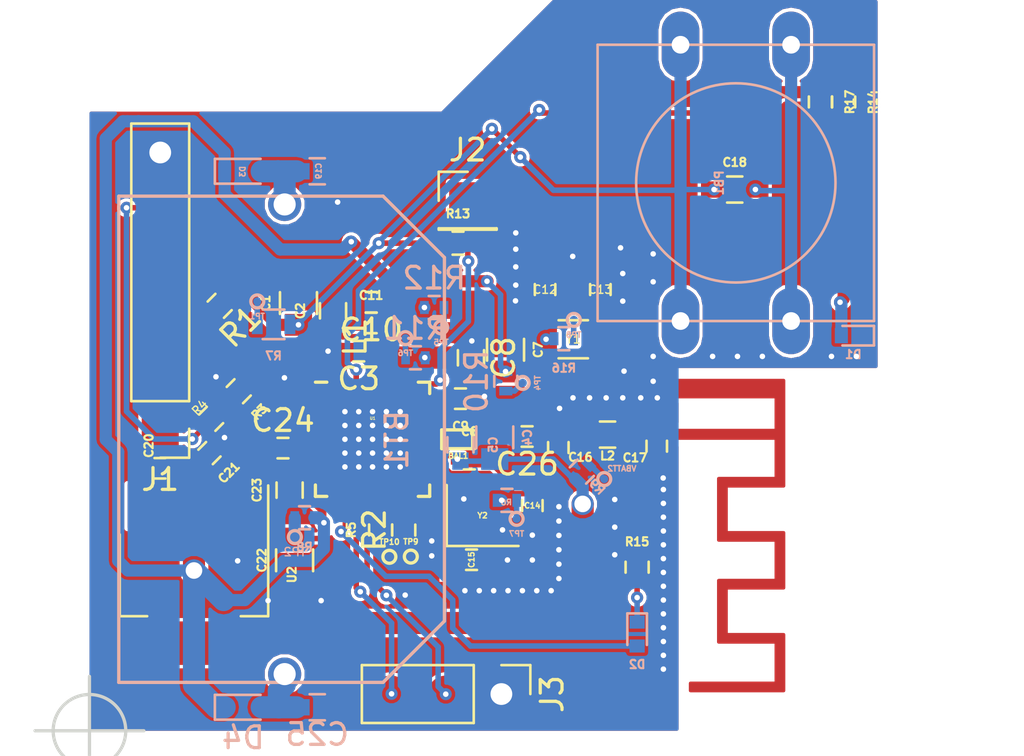
<source format=kicad_pcb>
(kicad_pcb (version 4) (host pcbnew 4.0.5)
  (layers (0 F.Cu signal) (31 B.Cu signal) (34 B.Paste user hide) (35 F.Paste user hide) (36 B.SilkS user) (37 F.SilkS user) (38 B.Mask user) (39 F.Mask user) (44 Edge.Cuts user hide))
  (net 0 "")
  (net 1 GND)
  (net 2 +3V3)
  (net 3 DIO10)
  (net 4 DIO9)
  (net 5 ADC1)
  (net 6 ADC2)
  (net 7 "Net-(C13-Pad2)")
  (net 8 "Net-(C14-Pad2)")
  (net 9 "Net-(C15-Pad2)")
  (net 10 "Net-(L1-Pad1)")
  (net 11 "Net-(BT1-Pad1)")
  (net 12 "Net-(U1-Pad3)")
  (net 13 "Net-(U1-Pad5)")
  (net 14 "Net-(U1-Pad7)")
  (net 15 "Net-(U1-Pad8)")
  (net 16 "Net-(U1-Pad29)")
  (net 17 "Net-(U1-Pad32)")
  (net 18 "Net-(BAL1-Pad3)")
  (net 19 "Net-(C10-Pad1)")
  (net 20 "Net-(C12-Pad2)")
  (net 21 "Net-(D1-Pad2)")
  (net 22 "Net-(D2-Pad1)")
  (net 23 DIO7)
  (net 24 "Net-(R9-Pad2)")
  (net 25 "Net-(R10-Pad2)")
  (net 26 "Net-(R11-Pad2)")
  (net 27 "Net-(R12-Pad1)")
  (net 28 /RF0)
  (net 29 /RF1)
  (net 30 /DIO12_BUTTON)
  (net 31 "Net-(C20-Pad2)")
  (net 32 "Net-(R6-Pad2)")
  (net 33 "Net-(R7-Pad1)")
  (net 34 "Net-(R8-Pad1)")
  (net 35 "Net-(R16-Pad2)")
  (net 36 /DIO2_LED)
  (net 37 "Net-(U1-Pad9)")
  (net 38 "Net-(J2-Pad1)")
  (net 39 "Net-(BT1-Pad2)")
  (net 40 +1V2)
  (net 41 "Net-(C16-Pad1)")
  (net 42 "Net-(J3-Pad2)")
  (net 43 "Net-(J3-Pad3)")
  (net 44 "Net-(R2-Pad1)")
  (net 45 "Net-(R2-Pad2)")
  (net 46 "Net-(R5-Pad1)")
  (net 47 "Net-(R5-Pad2)")
  (module button_mkii:logos (layer F.Cu) (at 147.574 99.06)
    (fp_text reference G*** hide)
    (fp_text value LOGO hide)
  )
  (module Buttons_Switches_THT:SW_PUSH-12mm (layer B.Cu) (at 138.3538 92.4814 270)
    (fp_text reference PB1 (at 0 0.762 270) (layer B.SilkS) (effects (font (size 0.381 0.381) (thickness 0.09525)) (justify mirror)))
    (fp_text value pb_v2)
    (pad 1 thru_hole oval (at 6.35 2.54 270) (size 3.048 1.7272) (drill 0.8128) (layers *.Cu *.Mask) (net 40 +1V2))
    (pad 2 thru_hole oval (at 6.35 -2.54 270) (size 3.048 1.7272) (drill 0.8128) (layers *.Cu *.Mask) (net 30 /DIO12_BUTTON))
    (pad 1 thru_hole oval (at -6.35 2.54 270) (size 3.048 1.7272) (drill 0.8128) (layers *.Cu *.Mask) (net 40 +1V2))
    (pad 2 thru_hole oval (at -6.35 -2.54 270) (size 3.048 1.7272) (drill 0.8128) (layers *.Cu *.Mask) (net 30 /DIO12_BUTTON))
  )
  (module batt_holder3035 (layer B.Cu) (at 117.6274 104.267 270)
    (fp_text reference BT1 (at 0.0254 -5.1562 270) (layer B.SilkS) (effects (justify mirror)))
    (fp_text value Battery_cc3035)
    (pad 2 thru_hole circle (at 10.795 0 270) (size 1.524 1.524) (drill 1.016) (layers *.Cu *.Mask) (net 39 "Net-(BT1-Pad2)"))
    (pad 1 thru_hole circle (at -10.795 0 270) (size 1.524 1.524) (drill 1.016) (layers *.Cu *.Mask) (net 11 "Net-(BT1-Pad1)"))
    (pad 3 smd rect (at 0 0 270) (size 4.318 4.318) (layers B.Cu B.Paste B.Mask) (net 1 GND))
  )
  (module Miscellaneous:Via_Stitch_Dia0.356mm_Drill0.254mm (layer F.Cu) (at 117.61724 101.43998)
    (fp_text reference REF** hide)
    (fp_text value Via_Stitch_Dia0.356mm_Drill0.254mm)
    (pad 1 thru_hole circle (at 0 0) (size 0.356 0.356) (drill 0.254) (layers *.Cu) (net 1 GND))
  )
  (module Miscellaneous:Via_Stitch_Dia0.356mm_Drill0.254mm (layer F.Cu) (at 114.47272 101.39426)
    (fp_text reference REF** hide)
    (fp_text value Via_Stitch_Dia0.356mm_Drill0.254mm)
    (pad 1 thru_hole circle (at 0 0) (size 0.356 0.356) (drill 0.254) (layers *.Cu) (net 1 GND))
  )
  (module STBNRG1 (layer F.Cu) (at 121.666 104.267)
    (fp_text reference U1 (at 0.00508 -0.9652) (layer F.SilkS) (effects (font (size 0.127 0.127) (thickness 0.03175))))
    (fp_text value STBlueNRG-1)
    (pad 1 smd rect (at -2.54 -1.75) (size 0.8128 0.254) (layers F.Cu F.Paste F.Mask) (net 3 DIO10))
    (pad 2 smd rect (at -2.54 -1.25) (size 0.8128 0.254) (layers F.Cu F.Paste F.Mask) (net 4 DIO9))
    (pad 3 smd rect (at -2.54 -0.75) (size 0.8128 0.254) (layers F.Cu F.Paste F.Mask) (net 12 "Net-(U1-Pad3)"))
    (pad 4 smd rect (at -2.54 -0.25) (size 0.8128 0.254) (layers F.Cu F.Paste F.Mask) (net 23 DIO7))
    (pad 5 smd rect (at -2.54 0.25) (size 0.8128 0.254) (layers F.Cu F.Paste F.Mask) (net 13 "Net-(U1-Pad5)"))
    (pad 6 smd rect (at -2.54 0.75) (size 0.8128 0.254) (layers F.Cu F.Paste F.Mask) (net 2 +3V3))
    (pad 7 smd rect (at -2.54 1.25) (size 0.8128 0.254) (layers F.Cu F.Paste F.Mask) (net 14 "Net-(U1-Pad7)"))
    (pad 8 smd rect (at -2.54 1.75) (size 0.8128 0.254) (layers F.Cu F.Paste F.Mask) (net 15 "Net-(U1-Pad8)"))
    (pad 9 smd rect (at -1.75 2.54 90) (size 0.8128 0.254) (layers F.Cu F.Paste F.Mask) (net 37 "Net-(U1-Pad9)"))
    (pad 10 smd rect (at -1.25 2.54 90) (size 0.8128 0.254) (layers F.Cu F.Paste F.Mask) (net 36 /DIO2_LED))
    (pad 11 smd rect (at -0.75 2.54 90) (size 0.8128 0.254) (layers F.Cu F.Paste F.Mask) (net 43 "Net-(J3-Pad3)"))
    (pad 12 smd rect (at -0.25 2.54 90) (size 0.8128 0.254) (layers F.Cu F.Paste F.Mask) (net 42 "Net-(J3-Pad2)"))
    (pad 13 smd rect (at 0.25 2.54 90) (size 0.8128 0.254) (layers F.Cu F.Paste F.Mask) (net 47 "Net-(R5-Pad2)"))
    (pad 14 smd rect (at 0.75 2.54 90) (size 0.8128 0.254) (layers F.Cu F.Paste F.Mask) (net 45 "Net-(R2-Pad2)"))
    (pad 15 smd rect (at 1.25 2.54 90) (size 0.8128 0.254) (layers F.Cu F.Paste F.Mask) (net 5 ADC1))
    (pad 16 smd rect (at 1.75 2.54 90) (size 0.8128 0.254) (layers F.Cu F.Paste F.Mask) (net 6 ADC2))
    (pad 17 smd rect (at 2.54 1.75) (size 0.8128 0.254) (layers F.Cu F.Paste F.Mask) (net 9 "Net-(C15-Pad2)"))
    (pad 18 smd rect (at 2.54 1.25) (size 0.8128 0.254) (layers F.Cu F.Paste F.Mask) (net 8 "Net-(C14-Pad2)"))
    (pad 19 smd rect (at 2.54 0.75) (size 0.8128 0.254) (layers F.Cu F.Paste F.Mask) (net 2 +3V3))
    (pad 20 smd rect (at 2.54 0.25) (size 0.8128 0.254) (layers F.Cu F.Paste F.Mask) (net 29 /RF1))
    (pad 21 smd rect (at 2.54 -0.25) (size 0.8128 0.254) (layers F.Cu F.Paste F.Mask) (net 28 /RF0))
    (pad 22 smd rect (at 2.54 -0.75) (size 0.8128 0.254) (layers F.Cu F.Paste F.Mask) (net 7 "Net-(C13-Pad2)"))
    (pad 23 smd rect (at 2.54 -1.25) (size 0.8128 0.254) (layers F.Cu F.Paste F.Mask) (net 20 "Net-(C12-Pad2)"))
    (pad 24 smd rect (at 2.54 -1.75) (size 0.8128 0.254) (layers F.Cu F.Paste F.Mask) (net 2 +3V3))
    (pad 25 smd rect (at 1.75 -2.54 90) (size 0.8128 0.254) (layers F.Cu F.Paste F.Mask) (net 38 "Net-(J2-Pad1)"))
    (pad 26 smd rect (at 1.25 -2.54 90) (size 0.8128 0.254) (layers F.Cu F.Paste F.Mask) (net 10 "Net-(L1-Pad1)"))
    (pad 27 smd rect (at 0.75 -2.54 90) (size 0.8128 0.254) (layers F.Cu F.Paste F.Mask) (net 19 "Net-(C10-Pad1)"))
    (pad 28 smd rect (at 0.25 -2.54 90) (size 0.8128 0.254) (layers F.Cu F.Paste F.Mask) (net 40 +1V2))
    (pad 29 smd rect (at -0.25 -2.54 90) (size 0.8128 0.254) (layers F.Cu F.Paste F.Mask) (net 16 "Net-(U1-Pad29)"))
    (pad 30 smd rect (at -0.75 -2.54 90) (size 0.8128 0.254) (layers F.Cu F.Paste F.Mask) (net 30 /DIO12_BUTTON))
    (pad 31 smd rect (at -1.27 -2.54 90) (size 0.8128 0.254) (layers F.Cu F.Paste F.Mask) (net 1 GND))
    (pad 32 smd rect (at -1.75 -2.54 90) (size 0.8128 0.254) (layers F.Cu F.Paste F.Mask) (net 17 "Net-(U1-Pad32)"))
    (pad 33 smd rect (at 0.8625 0.8625) (size 1.725 1.725) (layers F.Cu F.Paste F.Mask) (net 1 GND))
    (pad 33 smd rect (at 0.8625 -0.8625) (size 1.725 1.725) (layers F.Cu F.Paste F.Mask) (net 1 GND))
    (pad 33 smd rect (at -0.8625 0.8625) (size 1.725 1.725) (layers F.Cu F.Paste F.Mask) (net 1 GND))
    (pad 33 smd rect (at -0.8625 -0.8625) (size 1.725 1.725) (layers F.Cu F.Paste F.Mask) (net 1 GND))
  )
  (module TO_SOT_Packages_SMD:SOT-223 (layer F.Cu) (at 113.4618 110.49 270)
    (fp_text reference U2 (at 0 -4.5 270) (layer F.SilkS) (effects (font (size 0.381 0.381) (thickness 0.09525))))
    (fp_text value TLV1117LV-3V)
    (pad 4 smd rect (at 3.15 0 270) (size 2 3.8) (layers F.Cu F.Paste F.Mask) (net 2 +3V3))
    (pad 2 smd rect (at -3.15 0 270) (size 2 1.5) (layers F.Cu F.Paste F.Mask) (net 2 +3V3))
    (pad 3 smd rect (at -3.15 2.3 270) (size 2 1.5) (layers F.Cu F.Paste F.Mask) (net 31 "Net-(C20-Pad2)"))
    (pad 1 smd rect (at -3.15 -2.3 270) (size 2 1.5) (layers F.Cu F.Paste F.Mask) (net 1 GND))
  )
  (module Capacitors_SMD:C_0603_HandSoldering (layer F.Cu) (at 138.303 92.7862)
    (fp_text reference C18 (at 0 -1.25) (layer F.SilkS) (effects (font (size 0.381 0.381) (thickness 0.09525))))
    (fp_text value 1uF)
    (pad 1 smd rect (at -0.95 0) (size 1.2 0.75) (layers F.Cu F.Paste F.Mask) (net 40 +1V2))
    (pad 2 smd rect (at 0.95 0) (size 1.2 0.75) (layers F.Cu F.Paste F.Mask) (net 30 /DIO12_BUTTON))
  )
  (module Miscellaneous:Via_Stitch_Dia0.356mm_Drill0.254mm (layer F.Cu) (at 126.2253 99.7458)
    (fp_text reference REF** hide)
    (fp_text value Via_Stitch_Dia0.356mm_Drill0.254mm)
    (pad 1 thru_hole circle (at 0 0) (size 0.356 0.356) (drill 0.254) (layers *.Cu) (net 1 GND))
  )
  (module Miscellaneous:Via_Stitch_Dia0.356mm_Drill0.254mm (layer B.Cu) (at 130.2258 108.0262)
    (fp_text reference REF** hide)
    (fp_text value Via_Stitch_Dia0.356mm_Drill0.254mm)
    (pad 1 thru_hole circle (at 0 0) (size 0.356 0.356) (drill 0.254) (layers *.Cu) (net 1 GND))
  )
  (module Miscellaneous:Via_Stitch_Dia0.356mm_Drill0.254mm (layer B.Cu) (at 130.2258 107.3658 90)
    (fp_text reference REF** hide)
    (fp_text value Via_Stitch_Dia0.356mm_Drill0.254mm)
    (pad 1 thru_hole circle (at 0 0 90) (size 0.356 0.356) (drill 0.254) (layers *.Cu) (net 1 GND))
  )
  (module Miscellaneous:Via_Stitch_Dia0.356mm_Drill0.254mm (layer B.Cu) (at 130.2258 108.6866)
    (fp_text reference REF** hide)
    (fp_text value Via_Stitch_Dia0.356mm_Drill0.254mm)
    (pad 1 thru_hole circle (at 0 0) (size 0.356 0.356) (drill 0.254) (layers *.Cu) (net 1 GND))
  )
  (module Miscellaneous:Via_Stitch_Dia0.356mm_Drill0.254mm (layer B.Cu) (at 135.0264 112.9284 90)
    (fp_text reference REF** hide)
    (fp_text value Via_Stitch_Dia0.356mm_Drill0.254mm)
    (pad 1 thru_hole circle (at 0 0 90) (size 0.356 0.356) (drill 0.254) (layers *.Cu) (net 1 GND))
  )
  (module Miscellaneous:Via_Stitch_Dia0.356mm_Drill0.254mm (layer B.Cu) (at 135.0264 110.3884 90)
    (fp_text reference REF** hide)
    (fp_text value Via_Stitch_Dia0.356mm_Drill0.254mm)
    (pad 1 thru_hole circle (at 0 0 90) (size 0.356 0.356) (drill 0.254) (layers *.Cu) (net 1 GND))
  )
  (module Miscellaneous:Via_Stitch_Dia0.356mm_Drill0.254mm (layer B.Cu) (at 135.0264 107.2134 90)
    (fp_text reference REF** hide)
    (fp_text value Via_Stitch_Dia0.356mm_Drill0.254mm)
    (pad 1 thru_hole circle (at 0 0 90) (size 0.356 0.356) (drill 0.254) (layers *.Cu) (net 1 GND))
  )
  (module Miscellaneous:Via_Stitch_Dia0.356mm_Drill0.254mm (layer B.Cu) (at 135.0264 106.5784 90)
    (fp_text reference REF** hide)
    (fp_text value Via_Stitch_Dia0.356mm_Drill0.254mm)
    (pad 1 thru_hole circle (at 0 0 90) (size 0.356 0.356) (drill 0.254) (layers *.Cu) (net 1 GND))
  )
  (module Miscellaneous:Via_Stitch_Dia0.356mm_Drill0.254mm (layer B.Cu) (at 135.0264 109.7534 90)
    (fp_text reference REF** hide)
    (fp_text value Via_Stitch_Dia0.356mm_Drill0.254mm)
    (pad 1 thru_hole circle (at 0 0 90) (size 0.356 0.356) (drill 0.254) (layers *.Cu) (net 1 GND))
  )
  (module Miscellaneous:Via_Stitch_Dia0.356mm_Drill0.254mm (layer B.Cu) (at 135.0264 111.6584 90)
    (fp_text reference REF** hide)
    (fp_text value Via_Stitch_Dia0.356mm_Drill0.254mm)
    (pad 1 thru_hole circle (at 0 0 90) (size 0.356 0.356) (drill 0.254) (layers *.Cu) (net 1 GND))
  )
  (module Miscellaneous:Via_Stitch_Dia0.356mm_Drill0.254mm (layer B.Cu) (at 135.0264 112.2934 90)
    (fp_text reference REF** hide)
    (fp_text value Via_Stitch_Dia0.356mm_Drill0.254mm)
    (pad 1 thru_hole circle (at 0 0 90) (size 0.356 0.356) (drill 0.254) (layers *.Cu) (net 1 GND))
  )
  (module Miscellaneous:Via_Stitch_Dia0.356mm_Drill0.254mm (layer B.Cu) (at 135.0264 109.1184 90)
    (fp_text reference REF** hide)
    (fp_text value Via_Stitch_Dia0.356mm_Drill0.254mm)
    (pad 1 thru_hole circle (at 0 0 90) (size 0.356 0.356) (drill 0.254) (layers *.Cu) (net 1 GND))
  )
  (module Miscellaneous:Via_Stitch_Dia0.356mm_Drill0.254mm (layer B.Cu) (at 135.0264 107.8484 90)
    (fp_text reference REF** hide)
    (fp_text value Via_Stitch_Dia0.356mm_Drill0.254mm)
    (pad 1 thru_hole circle (at 0 0 90) (size 0.356 0.356) (drill 0.254) (layers *.Cu) (net 1 GND))
  )
  (module Miscellaneous:Via_Stitch_Dia0.356mm_Drill0.254mm (layer B.Cu) (at 135.0264 108.4834 90)
    (fp_text reference REF** hide)
    (fp_text value Via_Stitch_Dia0.356mm_Drill0.254mm)
    (pad 1 thru_hole circle (at 0 0 90) (size 0.356 0.356) (drill 0.254) (layers *.Cu) (net 1 GND))
  )
  (module Miscellaneous:Via_Stitch_Dia0.356mm_Drill0.254mm (layer B.Cu) (at 135.0264 111.0234 90)
    (fp_text reference REF** hide)
    (fp_text value Via_Stitch_Dia0.356mm_Drill0.254mm)
    (pad 1 thru_hole circle (at 0 0 90) (size 0.356 0.356) (drill 0.254) (layers *.Cu) (net 1 GND))
  )
  (module Miscellaneous:Via_Stitch_Dia0.356mm_Drill0.254mm (layer B.Cu) (at 130.2258 110.6678 90)
    (fp_text reference REF** hide)
    (fp_text value Via_Stitch_Dia0.356mm_Drill0.254mm)
    (pad 1 thru_hole circle (at 0 0 90) (size 0.356 0.356) (drill 0.254) (layers *.Cu) (net 1 GND))
  )
  (module Miscellaneous:Via_Stitch_Dia0.356mm_Drill0.254mm (layer B.Cu) (at 135.0264 114.1984 90)
    (fp_text reference REF** hide)
    (fp_text value Via_Stitch_Dia0.356mm_Drill0.254mm)
    (pad 1 thru_hole circle (at 0 0 90) (size 0.356 0.356) (drill 0.254) (layers *.Cu) (net 1 GND))
  )
  (module Miscellaneous:Via_Stitch_Dia0.356mm_Drill0.254mm (layer B.Cu) (at 125.9078 111.2266 90)
    (fp_text reference REF** hide)
    (fp_text value Via_Stitch_Dia0.356mm_Drill0.254mm)
    (pad 1 thru_hole circle (at 0 0 90) (size 0.356 0.356) (drill 0.254) (layers *.Cu) (net 1 GND))
  )
  (module Miscellaneous:Via_Stitch_Dia0.356mm_Drill0.254mm (layer B.Cu) (at 135.0264 113.5634 90)
    (fp_text reference REF** hide)
    (fp_text value Via_Stitch_Dia0.356mm_Drill0.254mm)
    (pad 1 thru_hole circle (at 0 0 90) (size 0.356 0.356) (drill 0.254) (layers *.Cu) (net 1 GND))
  )
  (module Miscellaneous:Via_Stitch_Dia0.356mm_Drill0.254mm (layer B.Cu) (at 127.889 111.2266 90)
    (fp_text reference REF** hide)
    (fp_text value Via_Stitch_Dia0.356mm_Drill0.254mm)
    (pad 1 thru_hole circle (at 0 0 90) (size 0.356 0.356) (drill 0.254) (layers *.Cu) (net 1 GND))
  )
  (module Miscellaneous:Via_Stitch_Dia0.356mm_Drill0.254mm (layer B.Cu) (at 130.25628 102.84714 90)
    (fp_text reference REF** hide)
    (fp_text value Via_Stitch_Dia0.356mm_Drill0.254mm)
    (pad 1 thru_hole circle (at 0 0 90) (size 0.356 0.356) (drill 0.254) (layers *.Cu) (net 1 GND))
  )
  (module Miscellaneous:Via_Stitch_Dia0.356mm_Drill0.254mm (layer B.Cu) (at 128.2446 95.5294 90)
    (fp_text reference REF** hide)
    (fp_text value Via_Stitch_Dia0.356mm_Drill0.254mm)
    (pad 1 thru_hole circle (at 0 0 90) (size 0.356 0.356) (drill 0.254) (layers *.Cu) (net 1 GND))
  )
  (module Miscellaneous:Via_Stitch_Dia0.356mm_Drill0.254mm (layer B.Cu) (at 128.5494 111.2266 90)
    (fp_text reference REF** hide)
    (fp_text value Via_Stitch_Dia0.356mm_Drill0.254mm)
    (pad 1 thru_hole circle (at 0 0 90) (size 0.356 0.356) (drill 0.254) (layers *.Cu) (net 1 GND))
  )
  (module Miscellaneous:Via_Stitch_Dia0.356mm_Drill0.254mm (layer B.Cu) (at 126.5682 111.2266 90)
    (fp_text reference REF** hide)
    (fp_text value Via_Stitch_Dia0.356mm_Drill0.254mm)
    (pad 1 thru_hole circle (at 0 0 90) (size 0.356 0.356) (drill 0.254) (layers *.Cu) (net 1 GND))
  )
  (module Miscellaneous:Via_Stitch_Dia0.356mm_Drill0.254mm (layer B.Cu) (at 127.2286 111.2266 90)
    (fp_text reference REF** hide)
    (fp_text value Via_Stitch_Dia0.356mm_Drill0.254mm)
    (pad 1 thru_hole circle (at 0 0 90) (size 0.356 0.356) (drill 0.254) (layers *.Cu) (net 1 GND))
  )
  (module Miscellaneous:Via_Stitch_Dia0.356mm_Drill0.254mm (layer B.Cu) (at 129.2098 111.2266 90)
    (fp_text reference REF** hide)
    (fp_text value Via_Stitch_Dia0.356mm_Drill0.254mm)
    (pad 1 thru_hole circle (at 0 0 90) (size 0.356 0.356) (drill 0.254) (layers *.Cu) (net 1 GND))
  )
  (module Miscellaneous:Via_Stitch_Dia0.356mm_Drill0.254mm (layer B.Cu) (at 130.2258 109.347 90)
    (fp_text reference REF** hide)
    (fp_text value Via_Stitch_Dia0.356mm_Drill0.254mm)
    (pad 1 thru_hole circle (at 0 0 90) (size 0.356 0.356) (drill 0.254) (layers *.Cu) (net 1 GND))
  )
  (module Miscellaneous:Via_Stitch_Dia0.356mm_Drill0.254mm (layer F.Cu) (at 132.7912 107.0356 270)
    (fp_text reference REF** hide)
    (fp_text value Via_Stitch_Dia0.356mm_Drill0.254mm)
    (pad 1 thru_hole circle (at 0 0 270) (size 0.356 0.356) (drill 0.254) (layers *.Cu) (net 1 GND))
  )
  (module Miscellaneous:Via_Stitch_Dia0.356mm_Drill0.254mm (layer B.Cu) (at 135.0264 114.8334 90)
    (fp_text reference REF** hide)
    (fp_text value Via_Stitch_Dia0.356mm_Drill0.254mm)
    (pad 1 thru_hole circle (at 0 0 90) (size 0.356 0.356) (drill 0.254) (layers *.Cu) (net 1 GND))
  )
  (module Miscellaneous:Via_Stitch_Dia0.356mm_Drill0.254mm (layer B.Cu) (at 123.1646 111.4298 90)
    (fp_text reference REF** hide)
    (fp_text value Via_Stitch_Dia0.356mm_Drill0.254mm)
    (pad 1 thru_hole circle (at 0 0 90) (size 0.356 0.356) (drill 0.254) (layers *.Cu) (net 1 GND))
  )
  (module Miscellaneous:Via_Stitch_Dia0.356mm_Drill0.254mm (layer B.Cu) (at 128.2446 94.7801 90)
    (fp_text reference REF** hide)
    (fp_text value Via_Stitch_Dia0.356mm_Drill0.254mm)
    (pad 1 thru_hole circle (at 0 0 90) (size 0.356 0.356) (drill 0.254) (layers *.Cu) (net 1 GND))
  )
  (module Miscellaneous:Via_Stitch_Dia0.356mm_Drill0.254mm (layer B.Cu) (at 132.7912 109.5756 90)
    (fp_text reference REF** hide)
    (fp_text value Via_Stitch_Dia0.356mm_Drill0.254mm)
    (pad 1 thru_hole circle (at 0 0 90) (size 0.356 0.356) (drill 0.254) (layers *.Cu) (net 1 GND))
  )
  (module Miscellaneous:Via_Stitch_Dia0.356mm_Drill0.254mm (layer B.Cu) (at 132.7912 108.3056 90)
    (fp_text reference REF** hide)
    (fp_text value Via_Stitch_Dia0.356mm_Drill0.254mm)
    (pad 1 thru_hole circle (at 0 0 90) (size 0.356 0.356) (drill 0.254) (layers *.Cu) (net 1 GND))
  )
  (module Miscellaneous:Via_Stitch_Dia0.356mm_Drill0.254mm (layer B.Cu) (at 129.8702 111.2266 90)
    (fp_text reference REF** hide)
    (fp_text value Via_Stitch_Dia0.356mm_Drill0.254mm)
    (pad 1 thru_hole circle (at 0 0 90) (size 0.356 0.356) (drill 0.254) (layers *.Cu) (net 1 GND))
  )
  (module Miscellaneous:Via_Stitch_Dia0.356mm_Drill0.254mm (layer B.Cu) (at 135.01624 106.04754)
    (fp_text reference REF** hide)
    (fp_text value Via_Stitch_Dia0.356mm_Drill0.254mm)
    (pad 1 thru_hole circle (at 0 0) (size 0.356 0.356) (drill 0.254) (layers *.Cu) (net 1 GND))
  )
  (module Miscellaneous:Via_Stitch_Dia0.356mm_Drill0.254mm (layer B.Cu) (at 138.43 100.457)
    (fp_text reference REF** hide)
    (fp_text value Via_Stitch_Dia0.356mm_Drill0.254mm)
    (pad 1 thru_hole circle (at 0 0) (size 0.356 0.356) (drill 0.254) (layers *.Cu) (net 1 GND))
  )
  (module Miscellaneous:Via_Stitch_Dia0.356mm_Drill0.254mm (layer B.Cu) (at 137.287 100.457)
    (fp_text reference REF** hide)
    (fp_text value Via_Stitch_Dia0.356mm_Drill0.254mm)
    (pad 1 thru_hole circle (at 0 0) (size 0.356 0.356) (drill 0.254) (layers *.Cu) (net 1 GND))
  )
  (module Miscellaneous:Via_Stitch_Dia0.356mm_Drill0.254mm (layer B.Cu) (at 134.747 102.362)
    (fp_text reference REF** hide)
    (fp_text value Via_Stitch_Dia0.356mm_Drill0.254mm)
    (pad 1 thru_hole circle (at 0 0) (size 0.356 0.356) (drill 0.254) (layers *.Cu) (net 1 GND))
  )
  (module Miscellaneous:Via_Stitch_Dia0.356mm_Drill0.254mm (layer B.Cu) (at 133.985 102.362)
    (fp_text reference REF** hide)
    (fp_text value Via_Stitch_Dia0.356mm_Drill0.254mm)
    (pad 1 thru_hole circle (at 0 0) (size 0.356 0.356) (drill 0.254) (layers *.Cu) (net 1 GND))
  )
  (module Miscellaneous:Via_Stitch_Dia0.356mm_Drill0.254mm (layer B.Cu) (at 133.1595 102.362)
    (fp_text reference REF** hide)
    (fp_text value Via_Stitch_Dia0.356mm_Drill0.254mm)
    (pad 1 thru_hole circle (at 0 0) (size 0.356 0.356) (drill 0.254) (layers *.Cu) (net 1 GND))
  )
  (module Miscellaneous:Via_Stitch_Dia0.356mm_Drill0.254mm (layer B.Cu) (at 132.3975 102.362)
    (fp_text reference REF** hide)
    (fp_text value Via_Stitch_Dia0.356mm_Drill0.254mm)
    (pad 1 thru_hole circle (at 0 0) (size 0.356 0.356) (drill 0.254) (layers *.Cu) (net 1 GND))
  )
  (module Miscellaneous:Via_Stitch_Dia0.356mm_Drill0.254mm (layer B.Cu) (at 133.21792 101.13518)
    (fp_text reference REF** hide)
    (fp_text value Via_Stitch_Dia0.356mm_Drill0.254mm)
    (pad 1 thru_hole circle (at 0 0) (size 0.356 0.356) (drill 0.254) (layers *.Cu) (net 1 GND))
  )
  (module Miscellaneous:Via_Stitch_Dia0.356mm_Drill0.254mm (layer B.Cu) (at 133.1595 97.917)
    (fp_text reference REF** hide)
    (fp_text value Via_Stitch_Dia0.356mm_Drill0.254mm)
    (pad 1 thru_hole circle (at 0 0) (size 0.356 0.356) (drill 0.254) (layers *.Cu) (net 1 GND))
  )
  (module Miscellaneous:Via_Stitch_Dia0.356mm_Drill0.254mm (layer B.Cu) (at 133.1595 96.647)
    (fp_text reference REF** hide)
    (fp_text value Via_Stitch_Dia0.356mm_Drill0.254mm)
    (pad 1 thru_hole circle (at 0 0) (size 0.356 0.356) (drill 0.254) (layers *.Cu) (net 1 GND))
  )
  (module Miscellaneous:Via_Stitch_Dia0.356mm_Drill0.254mm (layer F.Cu) (at 143.891 100.457)
    (fp_text reference REF** hide)
    (fp_text value Via_Stitch_Dia0.356mm_Drill0.254mm)
    (pad 1 thru_hole circle (at 0 0) (size 0.356 0.356) (drill 0.254) (layers *.Cu) (net 1 GND))
  )
  (module Miscellaneous:Via_Stitch_Dia0.356mm_Drill0.254mm (layer F.Cu) (at 120.06072 93.36278)
    (fp_text reference REF** hide)
    (fp_text value Via_Stitch_Dia0.356mm_Drill0.254mm)
    (pad 1 thru_hole circle (at 0 0) (size 0.356 0.356) (drill 0.254) (layers *.Cu) (net 1 GND))
  )
  (module Miscellaneous:Via_Stitch_Dia0.356mm_Drill0.254mm (layer F.Cu) (at 119.6213 100.2157)
    (fp_text reference REF** hide)
    (fp_text value Via_Stitch_Dia0.356mm_Drill0.254mm)
    (pad 1 thru_hole circle (at 0 0) (size 0.356 0.356) (drill 0.254) (layers *.Cu) (net 1 GND))
  )
  (module Miscellaneous:Via_Stitch_Dia0.356mm_Drill0.254mm (layer F.Cu) (at 126.80696 102.29342)
    (fp_text reference REF** hide)
    (fp_text value Via_Stitch_Dia0.356mm_Drill0.254mm)
    (pad 1 thru_hole circle (at 0 0) (size 0.356 0.356) (drill 0.254) (layers *.Cu) (net 1 GND))
  )
  (module Miscellaneous:Via_Stitch_Dia0.356mm_Drill0.254mm (layer F.Cu) (at 114.86388 104.18826)
    (fp_text reference REF** hide)
    (fp_text value Via_Stitch_Dia0.356mm_Drill0.254mm)
    (pad 1 thru_hole circle (at 0 0) (size 0.356 0.356) (drill 0.254) (layers *.Cu) (net 1 GND))
  )
  (module Miscellaneous:Via_Stitch_Dia0.356mm_Drill0.254mm (layer F.Cu) (at 128.2446 97.1804)
    (fp_text reference REF** hide)
    (fp_text value Via_Stitch_Dia0.356mm_Drill0.254mm)
    (pad 1 thru_hole circle (at 0 0) (size 0.356 0.356) (drill 0.254) (layers *.Cu) (net 1 GND))
  )
  (module Miscellaneous:Via_Stitch_Dia0.356mm_Drill0.254mm (layer F.Cu) (at 124.3838 109.6264)
    (fp_text reference REF** hide)
    (fp_text value Via_Stitch_Dia0.356mm_Drill0.254mm)
    (pad 1 thru_hole circle (at 0 0) (size 0.356 0.356) (drill 0.254) (layers *.Cu) (net 1 GND))
  )
  (module Miscellaneous:Via_Stitch_Dia0.356mm_Drill0.254mm (layer B.Cu) (at 127.635 108.4326)
    (fp_text reference REF** hide)
    (fp_text value Via_Stitch_Dia0.356mm_Drill0.254mm)
    (pad 1 thru_hole circle (at 0 0) (size 0.356 0.356) (drill 0.254) (layers *.Cu) (net 1 GND))
  )
  (module Miscellaneous:Via_Stitch_Dia0.356mm_Drill0.254mm (layer B.Cu) (at 125.857 107.0102)
    (fp_text reference REF** hide)
    (fp_text value Via_Stitch_Dia0.356mm_Drill0.254mm)
    (pad 1 thru_hole circle (at 0 0) (size 0.356 0.356) (drill 0.254) (layers *.Cu) (net 1 GND))
  )
  (module Miscellaneous:Via_Stitch_Dia0.356mm_Drill0.254mm (layer B.Cu) (at 115.4684 109.855)
    (fp_text reference REF** hide)
    (fp_text value Via_Stitch_Dia0.356mm_Drill0.254mm)
    (pad 1 thru_hole circle (at 0 0) (size 0.356 0.356) (drill 0.254) (layers *.Cu) (net 1 GND))
  )
  (module Miscellaneous:Via_Stitch_Dia0.356mm_Drill0.254mm (layer B.Cu) (at 129.0066 109.8169)
    (fp_text reference REF** hide)
    (fp_text value Via_Stitch_Dia0.356mm_Drill0.254mm)
    (pad 1 thru_hole circle (at 0 0) (size 0.356 0.356) (drill 0.254) (layers *.Cu) (net 1 GND))
  )
  (module Miscellaneous:Via_Stitch_Dia0.356mm_Drill0.254mm (layer B.Cu) (at 116.8654 111.6838)
    (fp_text reference REF** hide)
    (fp_text value Via_Stitch_Dia0.356mm_Drill0.254mm)
    (pad 1 thru_hole circle (at 0 0) (size 0.356 0.356) (drill 0.254) (layers *.Cu) (net 1 GND))
  )
  (module Miscellaneous:Via_Stitch_Dia0.356mm_Drill0.254mm (layer B.Cu) (at 129.0066 108.6739)
    (fp_text reference REF** hide)
    (fp_text value Via_Stitch_Dia0.356mm_Drill0.254mm)
    (pad 1 thru_hole circle (at 0 0) (size 0.356 0.356) (drill 0.254) (layers *.Cu) (net 1 GND))
  )
  (module Miscellaneous:Via_Stitch_Dia0.356mm_Drill0.254mm (layer B.Cu) (at 119.3038 111.6838 90)
    (fp_text reference REF** hide)
    (fp_text value Via_Stitch_Dia0.356mm_Drill0.254mm)
    (pad 1 thru_hole circle (at 0 0 90) (size 0.356 0.356) (drill 0.254) (layers *.Cu) (net 1 GND))
  )
  (module Miscellaneous:Via_Stitch_Dia0.356mm_Drill0.254mm (layer B.Cu) (at 127.8636 109.8169)
    (fp_text reference REF** hide)
    (fp_text value Via_Stitch_Dia0.356mm_Drill0.254mm)
    (pad 1 thru_hole circle (at 0 0) (size 0.356 0.356) (drill 0.254) (layers *.Cu) (net 1 GND))
  )
  (module Miscellaneous:Via_Stitch_Dia0.356mm_Drill0.254mm (layer B.Cu) (at 124.3838 108.9406 90)
    (fp_text reference REF** hide)
    (fp_text value Via_Stitch_Dia0.356mm_Drill0.254mm)
    (pad 1 thru_hole circle (at 0 0 90) (size 0.356 0.356) (drill 0.254) (layers *.Cu) (net 1 GND))
  )
  (module Miscellaneous:Via_Stitch_Dia0.356mm_Drill0.254mm (layer B.Cu) (at 130.2258 110.0074)
    (fp_text reference REF** hide)
    (fp_text value Via_Stitch_Dia0.356mm_Drill0.254mm)
    (pad 1 thru_hole circle (at 0 0) (size 0.356 0.356) (drill 0.254) (layers *.Cu) (net 1 GND))
  )
  (module Miscellaneous:Via_Stitch_Dia0.356mm_Drill0.254mm (layer B.Cu) (at 128.2319 97.9043)
    (fp_text reference REF** hide)
    (fp_text value Via_Stitch_Dia0.356mm_Drill0.254mm)
    (pad 1 thru_hole circle (at 0 0) (size 0.356 0.356) (drill 0.254) (layers *.Cu) (net 1 GND))
  )
  (module Miscellaneous:Via_Stitch_Dia0.356mm_Drill0.254mm (layer B.Cu) (at 134.5565 97.028)
    (fp_text reference REF** hide)
    (fp_text value Via_Stitch_Dia0.356mm_Drill0.254mm)
    (pad 1 thru_hole circle (at 0 0) (size 0.356 0.356) (drill 0.254) (layers *.Cu) (net 1 GND))
  )
  (module Miscellaneous:Via_Stitch_Dia0.356mm_Drill0.254mm (layer B.Cu) (at 133.0579 95.4659)
    (fp_text reference REF** hide)
    (fp_text value Via_Stitch_Dia0.356mm_Drill0.254mm)
    (pad 1 thru_hole circle (at 0 0) (size 0.356 0.356) (drill 0.254) (layers *.Cu) (net 1 GND))
  )
  (module Miscellaneous:Via_Stitch_Dia0.356mm_Drill0.254mm (layer B.Cu) (at 142.748 100.457)
    (fp_text reference REF** hide)
    (fp_text value Via_Stitch_Dia0.356mm_Drill0.254mm)
    (pad 1 thru_hole circle (at 0 0) (size 0.356 0.356) (drill 0.254) (layers *.Cu) (net 1 GND))
  )
  (module Miscellaneous:Via_Stitch_Dia0.356mm_Drill0.254mm (layer B.Cu) (at 134.5565 100.457)
    (fp_text reference REF** hide)
    (fp_text value Via_Stitch_Dia0.356mm_Drill0.254mm)
    (pad 1 thru_hole circle (at 0 0) (size 0.356 0.356) (drill 0.254) (layers *.Cu) (net 1 GND))
  )
  (module Miscellaneous:Via_Stitch_Dia0.356mm_Drill0.254mm (layer B.Cu) (at 134.5565 101.6)
    (fp_text reference REF** hide)
    (fp_text value Via_Stitch_Dia0.356mm_Drill0.254mm)
    (pad 1 thru_hole circle (at 0 0) (size 0.356 0.356) (drill 0.254) (layers *.Cu) (net 1 GND))
  )
  (module Miscellaneous:Via_Stitch_Dia0.356mm_Drill0.254mm (layer B.Cu) (at 131.6355 102.362)
    (fp_text reference REF** hide)
    (fp_text value Via_Stitch_Dia0.356mm_Drill0.254mm)
    (pad 1 thru_hole circle (at 0 0) (size 0.356 0.356) (drill 0.254) (layers *.Cu) (net 1 GND))
  )
  (module Miscellaneous:Via_Stitch_Dia0.356mm_Drill0.254mm (layer B.Cu) (at 130.8735 102.362)
    (fp_text reference REF** hide)
    (fp_text value Via_Stitch_Dia0.356mm_Drill0.254mm)
    (pad 1 thru_hole circle (at 0 0) (size 0.356 0.356) (drill 0.254) (layers *.Cu) (net 1 GND))
  )
  (module Miscellaneous:Via_Stitch_Dia0.356mm_Drill0.254mm (layer B.Cu) (at 130.8608 95.8596)
    (fp_text reference REF** hide)
    (fp_text value Via_Stitch_Dia0.356mm_Drill0.254mm)
    (pad 1 thru_hole circle (at 0 0) (size 0.356 0.356) (drill 0.254) (layers *.Cu) (net 1 GND))
  )
  (module Miscellaneous:Via_Stitch_Dia0.356mm_Drill0.254mm (layer B.Cu) (at 134.5565 95.7453)
    (fp_text reference REF** hide)
    (fp_text value Via_Stitch_Dia0.356mm_Drill0.254mm)
    (pad 1 thru_hole circle (at 0 0) (size 0.356 0.356) (drill 0.254) (layers *.Cu) (net 1 GND))
  )
  (module Miscellaneous:Via_Stitch_Dia0.356mm_Drill0.254mm (layer B.Cu) (at 139.573 100.457)
    (fp_text reference REF** hide)
    (fp_text value Via_Stitch_Dia0.356mm_Drill0.254mm)
    (pad 1 thru_hole circle (at 0 0) (size 0.356 0.356) (drill 0.254) (layers *.Cu) (net 1 GND))
  )
  (module Miscellaneous:Via_Stitch_Dia0.356mm_Drill0.254mm (layer B.Cu) (at 128.2446 96.3422)
    (fp_text reference REF** hide)
    (fp_text value Via_Stitch_Dia0.356mm_Drill0.254mm)
    (pad 1 thru_hole circle (at 0 0) (size 0.356 0.356) (drill 0.254) (layers *.Cu) (net 1 GND))
  )
  (module Miscellaneous:Via_Stitch_Dia0.356mm_Drill0.254mm (layer F.Cu) (at 122.936 105.537)
    (fp_text reference REF** hide)
    (fp_text value Via_Stitch_Dia0.356mm_Drill0.254mm)
    (pad 1 thru_hole circle (at 0 0) (size 0.356 0.356) (drill 0.254) (layers *.Cu) (net 1 GND))
  )
  (module Miscellaneous:Via_Stitch_Dia0.356mm_Drill0.254mm (layer F.Cu) (at 122.301 105.537)
    (fp_text reference REF** hide)
    (fp_text value Via_Stitch_Dia0.356mm_Drill0.254mm)
    (pad 1 thru_hole circle (at 0 0) (size 0.356 0.356) (drill 0.254) (layers *.Cu) (net 1 GND))
  )
  (module Miscellaneous:Via_Stitch_Dia0.356mm_Drill0.254mm (layer F.Cu) (at 121.666 105.537)
    (fp_text reference REF** hide)
    (fp_text value Via_Stitch_Dia0.356mm_Drill0.254mm)
    (pad 1 thru_hole circle (at 0 0) (size 0.356 0.356) (drill 0.254) (layers *.Cu) (net 1 GND))
  )
  (module Miscellaneous:Via_Stitch_Dia0.356mm_Drill0.254mm (layer F.Cu) (at 121.031 105.537)
    (fp_text reference REF** hide)
    (fp_text value Via_Stitch_Dia0.356mm_Drill0.254mm)
    (pad 1 thru_hole circle (at 0 0) (size 0.356 0.356) (drill 0.254) (layers *.Cu) (net 1 GND))
  )
  (module Miscellaneous:Via_Stitch_Dia0.356mm_Drill0.254mm (layer F.Cu) (at 120.396 105.537)
    (fp_text reference REF** hide)
    (fp_text value Via_Stitch_Dia0.356mm_Drill0.254mm)
    (pad 1 thru_hole circle (at 0 0) (size 0.356 0.356) (drill 0.254) (layers *.Cu) (net 1 GND))
  )
  (module Miscellaneous:Via_Stitch_Dia0.356mm_Drill0.254mm (layer F.Cu) (at 120.396 104.902)
    (fp_text reference REF** hide)
    (fp_text value Via_Stitch_Dia0.356mm_Drill0.254mm)
    (pad 1 thru_hole circle (at 0 0) (size 0.356 0.356) (drill 0.254) (layers *.Cu) (net 1 GND))
  )
  (module Miscellaneous:Via_Stitch_Dia0.356mm_Drill0.254mm (layer F.Cu) (at 121.031 104.902)
    (fp_text reference REF** hide)
    (fp_text value Via_Stitch_Dia0.356mm_Drill0.254mm)
    (pad 1 thru_hole circle (at 0 0) (size 0.356 0.356) (drill 0.254) (layers *.Cu) (net 1 GND))
  )
  (module Miscellaneous:Via_Stitch_Dia0.356mm_Drill0.254mm (layer F.Cu) (at 121.666 104.902)
    (fp_text reference REF** hide)
    (fp_text value Via_Stitch_Dia0.356mm_Drill0.254mm)
    (pad 1 thru_hole circle (at 0 0) (size 0.356 0.356) (drill 0.254) (layers *.Cu) (net 1 GND))
  )
  (module Miscellaneous:Via_Stitch_Dia0.356mm_Drill0.254mm (layer F.Cu) (at 122.301 104.902)
    (fp_text reference REF** hide)
    (fp_text value Via_Stitch_Dia0.356mm_Drill0.254mm)
    (pad 1 thru_hole circle (at 0 0) (size 0.356 0.356) (drill 0.254) (layers *.Cu) (net 1 GND))
  )
  (module Miscellaneous:Via_Stitch_Dia0.356mm_Drill0.254mm (layer F.Cu) (at 122.936 104.902)
    (fp_text reference REF** hide)
    (fp_text value Via_Stitch_Dia0.356mm_Drill0.254mm)
    (pad 1 thru_hole circle (at 0 0) (size 0.356 0.356) (drill 0.254) (layers *.Cu) (net 1 GND))
  )
  (module Miscellaneous:Via_Stitch_Dia0.356mm_Drill0.254mm (layer F.Cu) (at 122.936 104.267)
    (fp_text reference REF** hide)
    (fp_text value Via_Stitch_Dia0.356mm_Drill0.254mm)
    (pad 1 thru_hole circle (at 0 0) (size 0.356 0.356) (drill 0.254) (layers *.Cu) (net 1 GND))
  )
  (module Miscellaneous:Via_Stitch_Dia0.356mm_Drill0.254mm (layer F.Cu) (at 122.301 104.267)
    (fp_text reference REF** hide)
    (fp_text value Via_Stitch_Dia0.356mm_Drill0.254mm)
    (pad 1 thru_hole circle (at 0 0) (size 0.356 0.356) (drill 0.254) (layers *.Cu) (net 1 GND))
  )
  (module Miscellaneous:Via_Stitch_Dia0.356mm_Drill0.254mm (layer F.Cu) (at 121.666 104.267)
    (fp_text reference REF** hide)
    (fp_text value Via_Stitch_Dia0.356mm_Drill0.254mm)
    (pad 1 thru_hole circle (at 0 0) (size 0.356 0.356) (drill 0.254) (layers *.Cu) (net 1 GND))
  )
  (module Miscellaneous:Via_Stitch_Dia0.356mm_Drill0.254mm (layer F.Cu) (at 121.031 104.267)
    (fp_text reference REF** hide)
    (fp_text value Via_Stitch_Dia0.356mm_Drill0.254mm)
    (pad 1 thru_hole circle (at 0 0) (size 0.356 0.356) (drill 0.254) (layers *.Cu) (net 1 GND))
  )
  (module Miscellaneous:Via_Stitch_Dia0.356mm_Drill0.254mm (layer F.Cu) (at 120.396 104.267)
    (fp_text reference REF** hide)
    (fp_text value Via_Stitch_Dia0.356mm_Drill0.254mm)
    (pad 1 thru_hole circle (at 0 0) (size 0.356 0.356) (drill 0.254) (layers *.Cu) (net 1 GND))
  )
  (module Miscellaneous:Via_Stitch_Dia0.356mm_Drill0.254mm (layer F.Cu) (at 120.396 103.632)
    (fp_text reference REF** hide)
    (fp_text value Via_Stitch_Dia0.356mm_Drill0.254mm)
    (pad 1 thru_hole circle (at 0 0) (size 0.356 0.356) (drill 0.254) (layers *.Cu) (net 1 GND))
  )
  (module Miscellaneous:Via_Stitch_Dia0.356mm_Drill0.254mm (layer F.Cu) (at 121.031 103.632)
    (fp_text reference REF** hide)
    (fp_text value Via_Stitch_Dia0.356mm_Drill0.254mm)
    (pad 1 thru_hole circle (at 0 0) (size 0.356 0.356) (drill 0.254) (layers *.Cu) (net 1 GND))
  )
  (module Miscellaneous:Via_Stitch_Dia0.356mm_Drill0.254mm (layer F.Cu) (at 121.666 103.632)
    (fp_text reference REF** hide)
    (fp_text value Via_Stitch_Dia0.356mm_Drill0.254mm)
    (pad 1 thru_hole circle (at 0 0) (size 0.356 0.356) (drill 0.254) (layers *.Cu) (net 1 GND))
  )
  (module Miscellaneous:Via_Stitch_Dia0.356mm_Drill0.254mm (layer F.Cu) (at 122.301 103.632)
    (fp_text reference REF** hide)
    (fp_text value Via_Stitch_Dia0.356mm_Drill0.254mm)
    (pad 1 thru_hole circle (at 0 0) (size 0.356 0.356) (drill 0.254) (layers *.Cu) (net 1 GND))
  )
  (module Miscellaneous:Via_Stitch_Dia0.356mm_Drill0.254mm (layer F.Cu) (at 122.936 103.632)
    (fp_text reference REF** hide)
    (fp_text value Via_Stitch_Dia0.356mm_Drill0.254mm)
    (pad 1 thru_hole circle (at 0 0) (size 0.356 0.356) (drill 0.254) (layers *.Cu) (net 1 GND))
  )
  (module Miscellaneous:Via_Stitch_Dia0.356mm_Drill0.254mm (layer F.Cu) (at 122.936 102.997)
    (fp_text reference REF** hide)
    (fp_text value Via_Stitch_Dia0.356mm_Drill0.254mm)
    (pad 1 thru_hole circle (at 0 0) (size 0.356 0.356) (drill 0.254) (layers *.Cu) (net 1 GND))
  )
  (module Miscellaneous:Via_Stitch_Dia0.356mm_Drill0.254mm (layer F.Cu) (at 122.301 102.997)
    (fp_text reference REF** hide)
    (fp_text value Via_Stitch_Dia0.356mm_Drill0.254mm)
    (pad 1 thru_hole circle (at 0 0) (size 0.356 0.356) (drill 0.254) (layers *.Cu) (net 1 GND))
  )
  (module Miscellaneous:Via_Stitch_Dia0.356mm_Drill0.254mm (layer F.Cu) (at 121.666 102.997)
    (fp_text reference REF** hide)
    (fp_text value Via_Stitch_Dia0.356mm_Drill0.254mm)
    (pad 1 thru_hole circle (at 0 0) (size 0.356 0.356) (drill 0.254) (layers *.Cu) (net 1 GND))
  )
  (module Miscellaneous:Via_Stitch_Dia0.356mm_Drill0.254mm (layer F.Cu) (at 121.031 102.997)
    (fp_text reference REF** hide)
    (fp_text value Via_Stitch_Dia0.356mm_Drill0.254mm)
    (pad 1 thru_hole circle (at 0 0) (size 0.356 0.356) (drill 0.254) (layers *.Cu) (net 1 GND))
  )
  (module Crystals:Crystal_SMD_2520-4pin_2.5x2.0mm (layer F.Cu) (at 126.7206 107.7722)
    (fp_text reference Y2 (at -0.00254 -0.00254) (layer F.SilkS) (effects (font (size 0.254 0.254) (thickness 0.0635))))
    (fp_text value "XTAL 32MHz")
    (pad 1 smd rect (at -0.875 0.7) (size 1.15 1) (layers F.Cu F.Paste F.Mask) (net 9 "Net-(C15-Pad2)"))
    (pad 2 smd rect (at 0.875 0.7) (size 1.15 1) (layers F.Cu F.Paste F.Mask) (net 1 GND))
    (pad 3 smd rect (at 0.875 -0.7) (size 1.15 1) (layers F.Cu F.Paste F.Mask) (net 8 "Net-(C14-Pad2)"))
    (pad 4 smd rect (at -0.875 -0.7) (size 1.15 1) (layers F.Cu F.Paste F.Mask) (net 1 GND))
  )
  (module Miscellaneous:Via_Stitch_Dia0.356mm_Drill0.254mm (layer F.Cu) (at 120.396 102.997)
    (fp_text reference REF** hide)
    (fp_text value "")
    (pad 1 thru_hole circle (at 0 0) (size 0.356 0.356) (drill 0.254) (layers *.Cu) (net 1 GND))
  )
  (module Capacitors_SMD:C_0402 (layer F.Cu) (at 132.1308 97.3836 270)
    (fp_text reference C13 (at 0 0 360) (layer F.SilkS) (effects (font (size 0.381 0.381) (thickness 0.0635))))
    (fp_text value 22pF)
    (pad 1 smd rect (at -0.55 0 270) (size 0.6 0.5) (layers F.Cu F.Paste F.Mask) (net 1 GND))
    (pad 2 smd rect (at 0.55 0 270) (size 0.6 0.5) (layers F.Cu F.Paste F.Mask) (net 7 "Net-(C13-Pad2)"))
  )
  (module Capacitors_SMD:C_0402 (layer F.Cu) (at 129.0066 107.315 90)
    (fp_text reference C14 (at 0 0 180) (layer F.SilkS) (effects (font (size 0.254 0.254) (thickness 0.0635))))
    (fp_text value 27pF)
    (pad 1 smd rect (at -0.55 0 90) (size 0.6 0.5) (layers F.Cu F.Paste F.Mask) (net 1 GND))
    (pad 2 smd rect (at 0.55 0 90) (size 0.6 0.5) (layers F.Cu F.Paste F.Mask) (net 8 "Net-(C14-Pad2)"))
  )
  (module Capacitors_SMD:C_0402 (layer F.Cu) (at 126.2126 109.8042 180)
    (fp_text reference C15 (at 0 0 270) (layer F.SilkS) (effects (font (size 0.254 0.254) (thickness 0.0635))))
    (fp_text value 33pF)
    (pad 1 smd rect (at -0.55 0 180) (size 0.6 0.5) (layers F.Cu F.Paste F.Mask) (net 1 GND))
    (pad 2 smd rect (at 0.55 0 180) (size 0.6 0.5) (layers F.Cu F.Paste F.Mask) (net 9 "Net-(C15-Pad2)"))
  )
  (module Crystals:Crystal_SMD_3215-2pin_3.2x1.5mm (layer F.Cu) (at 130.8862 99.6696 180)
    (fp_text reference Y1 (at 0 0 180) (layer F.SilkS) (effects (font (size 0.381 0.381) (thickness 0.0635))))
    (fp_text value "Xtal 32.768kHz")
    (pad 1 smd rect (at 1.25 0 180) (size 1 1.8) (layers F.Cu F.Paste F.Mask) (net 20 "Net-(C12-Pad2)"))
    (pad 2 smd rect (at -1.25 0 180) (size 1 1.8) (layers F.Cu F.Paste F.Mask) (net 7 "Net-(C13-Pad2)"))
  )
  (module Miscellaneous:BNRG1_balun (layer F.Cu) (at 125.5522 104.267)
    (fp_text reference BAL1 (at 0.0508 0.762) (layer F.SilkS) (effects (font (size 0.254 0.254) (thickness 0.0635))))
    (fp_text value STBNR1_balun)
    (pad 1 smd rect (at -0.508 -0.2413) (size 0.3302 0.3302) (layers F.Cu F.Paste F.Mask) (net 28 /RF0))
    (pad 2 smd rect (at -0.508 0.2413) (size 0.3302 0.3302) (layers F.Cu F.Paste F.Mask) (net 29 /RF1))
    (pad 3 smd rect (at 0.508 -0.2413) (size 0.3302 0.3302) (layers F.Cu F.Paste F.Mask) (net 18 "Net-(BAL1-Pad3)"))
    (pad 4 smd rect (at 0.508 0.2413) (size 0.3302 0.3302) (layers F.Cu F.Paste F.Mask) (net 1 GND))
  )
  (module Capacitors_SMD:C_0402 (layer F.Cu) (at 129.5908 97.3836 270)
    (fp_text reference C12 (at 0 0 360) (layer F.SilkS) (effects (font (size 0.381 0.381) (thickness 0.0635))))
    (fp_text value 27pF)
    (pad 1 smd rect (at -0.55 0 270) (size 0.6 0.5) (layers F.Cu F.Paste F.Mask) (net 1 GND))
    (pad 2 smd rect (at 0.55 0 270) (size 0.6 0.5) (layers F.Cu F.Paste F.Mask) (net 20 "Net-(C12-Pad2)"))
  )
  (module Capacitors_SMD:C_0603_HandSoldering (layer B.Cu) (at 119.126 91.948)
    (fp_text reference C19 (at 0.0635 -0.0127 270) (layer B.SilkS) (effects (font (size 0.254 0.254) (thickness 0.0635)) (justify mirror)))
    (fp_text value 1uF)
    (pad 1 smd rect (at -0.95 0) (size 1.2 0.75) (layers B.Cu B.Paste B.Mask) (net 11 "Net-(BT1-Pad1)"))
    (pad 2 smd rect (at 0.95 0) (size 1.2 0.75) (layers B.Cu B.Paste B.Mask) (net 1 GND))
  )
  (module Diodes_SMD:D_0603 (layer B.Cu) (at 115.7224 91.948)
    (fp_text reference D3 (at -0.0254 0.0127 270) (layer B.SilkS) (effects (font (size 0.254 0.254) (thickness 0.0635)) (justify mirror)))
    (fp_text value "Power thru Battery")
    (pad 1 smd rect (at -0.85 0) (size 0.6 0.8) (layers B.Cu B.Paste B.Mask) (net 2 +3V3))
    (pad 2 smd rect (at 0.85 0) (size 0.6 0.8) (layers B.Cu B.Paste B.Mask) (net 11 "Net-(BT1-Pad1)"))
  )
  (module Inductors_NEOSID:Neosid_Inductor_SM-NE29_SMD1008 (layer F.Cu) (at 124.0663 99.3648 90)
    (fp_text reference L1 (at -0.20066 -3.2004 90) (layer F.SilkS))
    (fp_text value 10uH)
    (pad 2 smd rect (at 1.14554 0 90) (size 1.02108 2.54) (layers F.Cu F.Paste F.Mask) (net 19 "Net-(C10-Pad1)"))
    (pad 1 smd rect (at -1.14554 0 90) (size 1.02108 2.54) (layers F.Cu F.Paste F.Mask) (net 10 "Net-(L1-Pad1)"))
  )
  (module Resistors_SMD:R_0402 (layer F.Cu) (at 143.3068 88.7603 270)
    (fp_text reference R14 (at 0 -1.35 270) (layer F.SilkS) (effects (font (size 0.381 0.381) (thickness 0.09525))))
    (fp_text value 1k)
    (pad 1 smd rect (at -0.45 0 270) (size 0.4 0.6) (layers F.Cu F.Paste F.Mask) (net 30 /DIO12_BUTTON))
    (pad 2 smd rect (at 0.45 0 270) (size 0.4 0.6) (layers F.Cu F.Paste F.Mask) (net 21 "Net-(D1-Pad2)"))
  )
  (module Capacitors_SMD:C_0805 (layer F.Cu) (at 118.2624 98.0059 90)
    (fp_text reference C1 (at 0 -1.5 90) (layer F.SilkS) (effects (font (size 0.381 0.381) (thickness 0.09525))))
    (fp_text value 1uF)
    (pad 1 smd rect (at -1 0 90) (size 1 1.25) (layers F.Cu F.Paste F.Mask) (net 40 +1V2))
    (pad 2 smd rect (at 1 0 90) (size 1 1.25) (layers F.Cu F.Paste F.Mask) (net 1 GND))
  )
  (module Capacitors_SMD:C_0603 (layer F.Cu) (at 119.8499 98.3615 90)
    (fp_text reference C2 (at 0 -1.5 90) (layer F.SilkS) (effects (font (size 0.381 0.381) (thickness 0.09525))))
    (fp_text value 0.1uF)
    (pad 1 smd rect (at -0.75 0 90) (size 0.8 0.75) (layers F.Cu F.Paste F.Mask) (net 40 +1V2))
    (pad 2 smd rect (at 0.75 0 90) (size 0.8 0.75) (layers F.Cu F.Paste F.Mask) (net 1 GND))
  )
  (module Capacitors_SMD:C_0402 (layer F.Cu) (at 121.031 100.2157 180)
    (fp_text reference C3 (at 0 -1.27 180) (layer F.SilkS))
    (fp_text value 0.01uF)
    (pad 1 smd rect (at -0.55 0 180) (size 0.6 0.5) (layers F.Cu F.Paste F.Mask) (net 40 +1V2))
    (pad 2 smd rect (at 0.55 0 180) (size 0.6 0.5) (layers F.Cu F.Paste F.Mask) (net 1 GND))
  )
  (module Capacitors_SMD:C_0805 (layer B.Cu) (at 127.2794 104.1781 90)
    (fp_text reference C4 (at 0 1.5 90) (layer B.SilkS) (effects (font (size 0.381 0.381) (thickness 0.09525)) (justify mirror)))
    (fp_text value 0.01uF)
    (pad 1 smd rect (at -1 0 90) (size 1 1.25) (layers B.Cu B.Paste B.Mask) (net 2 +3V3))
    (pad 2 smd rect (at 1 0 90) (size 1 1.25) (layers B.Cu B.Paste B.Mask) (net 1 GND))
  )
  (module Capacitors_SMD:C_0603 (layer B.Cu) (at 125.7046 104.521 90)
    (fp_text reference C5 (at 0 1.5 90) (layer B.SilkS) (effects (font (size 0.381 0.381) (thickness 0.09525)) (justify mirror)))
    (fp_text value 1000pF)
    (pad 1 smd rect (at -0.75 0 90) (size 0.8 0.75) (layers B.Cu B.Paste B.Mask) (net 2 +3V3))
    (pad 2 smd rect (at 0.75 0 90) (size 0.8 0.75) (layers B.Cu B.Paste B.Mask) (net 1 GND))
  )
  (module Capacitors_SMD:C_0402 (layer F.Cu) (at 126.111 105.1814)
    (fp_text reference C6 (at 0 -1.27) (layer F.SilkS) (effects (font (size 0.381 0.381) (thickness 0.09525))))
    (fp_text value 10pF)
    (pad 1 smd rect (at -0.55 0) (size 0.6 0.5) (layers F.Cu F.Paste F.Mask) (net 2 +3V3))
    (pad 2 smd rect (at 0.55 0) (size 0.6 0.5) (layers F.Cu F.Paste F.Mask) (net 1 GND))
  )
  (module Capacitors_SMD:C_0805 (layer F.Cu) (at 127.7747 100.1522 270)
    (fp_text reference C7 (at 0 -1.5 270) (layer F.SilkS) (effects (font (size 0.381 0.381) (thickness 0.09525))))
    (fp_text value 0.01uF)
    (pad 1 smd rect (at -1 0 270) (size 1 1.25) (layers F.Cu F.Paste F.Mask) (net 1 GND))
    (pad 2 smd rect (at 1 0 270) (size 1 1.25) (layers F.Cu F.Paste F.Mask) (net 2 +3V3))
  )
  (module Capacitors_SMD:C_0603 (layer F.Cu) (at 126.1872 100.5205 270)
    (fp_text reference C8 (at 0 -1.5 270) (layer F.SilkS))
    (fp_text value 1000pF)
    (pad 1 smd rect (at -0.75 0 270) (size 0.8 0.75) (layers F.Cu F.Paste F.Mask) (net 1 GND))
    (pad 2 smd rect (at 0.75 0 270) (size 0.8 0.75) (layers F.Cu F.Paste F.Mask) (net 2 +3V3))
  )
  (module Capacitors_SMD:C_0402 (layer F.Cu) (at 125.7046 102.4001 180)
    (fp_text reference C9 (at 0 -1.27 180) (layer F.SilkS) (effects (font (size 0.381 0.381) (thickness 0.09525))))
    (fp_text value 10pF)
    (pad 1 smd rect (at -0.55 0 180) (size 0.6 0.5) (layers F.Cu F.Paste F.Mask) (net 1 GND))
    (pad 2 smd rect (at 0.55 0 180) (size 0.6 0.5) (layers F.Cu F.Paste F.Mask) (net 2 +3V3))
  )
  (module Capacitors_SMD:C_0402 (layer F.Cu) (at 121.6025 97.9678 180)
    (fp_text reference C10 (at 0 -1.27 180) (layer F.SilkS))
    (fp_text value 0.1uF)
    (pad 1 smd rect (at -0.55 0 180) (size 0.6 0.5) (layers F.Cu F.Paste F.Mask) (net 19 "Net-(C10-Pad1)"))
    (pad 2 smd rect (at 0.55 0 180) (size 0.6 0.5) (layers F.Cu F.Paste F.Mask) (net 1 GND))
  )
  (module Capacitors_SMD:C_0402 (layer F.Cu) (at 121.6025 98.9203)
    (fp_text reference C11 (at 0 -1.27) (layer F.SilkS) (effects (font (size 0.381 0.381) (thickness 0.09525))))
    (fp_text value 100pF)
    (pad 1 smd rect (at -0.55 0) (size 0.6 0.5) (layers F.Cu F.Paste F.Mask) (net 1 GND))
    (pad 2 smd rect (at 0.55 0) (size 0.6 0.5) (layers F.Cu F.Paste F.Mask) (net 19 "Net-(C10-Pad1)"))
  )
  (module Capacitors_SMD:C_0402 (layer F.Cu) (at 130.2004 104.648 270)
    (fp_text reference C16 (at 0.4445 -1.016 360) (layer F.SilkS) (effects (font (size 0.381 0.381) (thickness 0.09525))))
    (fp_text value TBD)
    (pad 1 smd rect (at -0.55 0 270) (size 0.6 0.5) (layers F.Cu F.Paste F.Mask) (net 41 "Net-(C16-Pad1)"))
    (pad 2 smd rect (at 0.55 0 270) (size 0.6 0.5) (layers F.Cu F.Paste F.Mask) (net 1 GND))
  )
  (module Capacitors_SMD:C_0402 (layer F.Cu) (at 134.7216 104.5845 270)
    (fp_text reference C17 (at 0.5334 1.0033 540) (layer F.SilkS) (effects (font (size 0.381 0.381) (thickness 0.09525))))
    (fp_text value TBD)
    (pad 1 smd rect (at -0.55 0 270) (size 0.6 0.5) (layers F.Cu F.Paste F.Mask) (net 1 GND))
    (pad 2 smd rect (at 0.55 0 270) (size 0.6 0.5) (layers F.Cu F.Paste F.Mask) (net 1 GND))
  )
  (module Capacitors_SMD:C_0402 (layer F.Cu) (at 111.8997 105.6005 180)
    (fp_text reference C20 (at 0.508 1.0414 450) (layer F.SilkS) (effects (font (size 0.381 0.381) (thickness 0.09525))))
    (fp_text value 1uF)
    (pad 1 smd rect (at -0.55 0 180) (size 0.6 0.5) (layers F.Cu F.Paste F.Mask) (net 1 GND))
    (pad 2 smd rect (at 0.55 0 180) (size 0.6 0.5) (layers F.Cu F.Paste F.Mask) (net 31 "Net-(C20-Pad2)"))
  )
  (module Capacitors_SMD:C_0402 (layer F.Cu) (at 114.173 104.902 225)
    (fp_text reference C21 (at 0 -1.27 225) (layer F.SilkS) (effects (font (size 0.381 0.381) (thickness 0.09525))))
    (fp_text value 1uF)
    (pad 1 smd rect (at -0.55 0 225) (size 0.6 0.5) (layers F.Cu F.Paste F.Mask) (net 1 GND))
    (pad 2 smd rect (at 0.55 0 225) (size 0.6 0.5) (layers F.Cu F.Paste F.Mask) (net 2 +3V3))
  )
  (module Capacitors_SMD:C_0805 (layer F.Cu) (at 118.0846 109.8296 90)
    (fp_text reference C22 (at 0 -1.5 90) (layer F.SilkS) (effects (font (size 0.381 0.381) (thickness 0.09525))))
    (fp_text value 1uF)
    (pad 1 smd rect (at -1 0 90) (size 1 1.25) (layers F.Cu F.Paste F.Mask) (net 1 GND))
    (pad 2 smd rect (at 1 0 90) (size 1 1.25) (layers F.Cu F.Paste F.Mask) (net 2 +3V3))
  )
  (module Capacitors_SMD:C_0603 (layer F.Cu) (at 117.856 106.6038 90)
    (fp_text reference C23 (at 0 -1.5 90) (layer F.SilkS) (effects (font (size 0.381 0.381) (thickness 0.09525))))
    (fp_text value 0.1uF)
    (pad 1 smd rect (at -0.75 0 90) (size 0.8 0.75) (layers F.Cu F.Paste F.Mask) (net 1 GND))
    (pad 2 smd rect (at 0.75 0 90) (size 0.8 0.75) (layers F.Cu F.Paste F.Mask) (net 2 +3V3))
  )
  (module Capacitors_SMD:C_0402 (layer F.Cu) (at 117.5512 104.6734)
    (fp_text reference C24 (at 0 -1.27) (layer F.SilkS))
    (fp_text value 0.01uF)
    (pad 1 smd rect (at -0.55 0) (size 0.6 0.5) (layers F.Cu F.Paste F.Mask) (net 1 GND))
    (pad 2 smd rect (at 0.55 0) (size 0.6 0.5) (layers F.Cu F.Paste F.Mask) (net 2 +3V3))
  )
  (module LEDs:LED_0402 (layer B.Cu) (at 143.7513 99.5045 180)
    (fp_text reference D1 (at 0 -0.8636 360) (layer B.SilkS) (effects (font (size 0.381 0.381) (thickness 0.09525)) (justify mirror)))
    (fp_text value "LED (Green-1)")
    (pad 2 smd rect (at 0.55 0) (size 0.6 0.7) (layers B.Cu B.Paste B.Mask) (net 21 "Net-(D1-Pad2)"))
    (pad 1 smd rect (at -0.55 0) (size 0.6 0.7) (layers B.Cu B.Paste B.Mask) (net 1 GND))
  )
  (module LEDs:LED_0402 (layer B.Cu) (at 133.8199 113.2205 270)
    (fp_text reference D2 (at 1.397 0 360) (layer B.SilkS) (effects (font (size 0.381 0.381) (thickness 0.09525)) (justify mirror)))
    (fp_text value "LED (Green-2)")
    (pad 2 smd rect (at 0.55 0 90) (size 0.6 0.7) (layers B.Cu B.Paste B.Mask) (net 36 /DIO2_LED))
    (pad 1 smd rect (at -0.55 0 90) (size 0.6 0.7) (layers B.Cu B.Paste B.Mask) (net 22 "Net-(D2-Pad1)"))
  )
  (module Resistors_SMD:R_0603 (layer B.Cu) (at 117.1194 98.9838)
    (fp_text reference R7 (at 0 1.45) (layer B.SilkS) (effects (font (size 0.381 0.381) (thickness 0.09525)) (justify mirror)))
    (fp_text value 1k)
    (pad 1 smd rect (at -0.75 0) (size 0.5 0.9) (layers B.Cu B.Paste B.Mask) (net 33 "Net-(R7-Pad1)"))
    (pad 2 smd rect (at 0.75 0) (size 0.5 0.9) (layers B.Cu B.Paste B.Mask) (net 40 +1V2))
  )
  (module Resistors_SMD:R_0402 (layer B.Cu) (at 131.2799 105.7529 45)
    (fp_text reference R9 (at 0 0.987828 135) (layer B.SilkS) (effects (font (size 0.381 0.381) (thickness 0.09525)) (justify mirror)))
    (fp_text value 1k)
    (pad 1 smd rect (at -0.45 0 45) (size 0.4 0.6) (layers B.Cu B.Paste B.Mask) (net 2 +3V3))
    (pad 2 smd rect (at 0.45 0 45) (size 0.4 0.6) (layers B.Cu B.Paste B.Mask) (net 24 "Net-(R9-Pad2)"))
  )
  (module Resistors_SMD:R_0402 (layer B.Cu) (at 123.6345 100.5205 180)
    (fp_text reference R11 (at 0 1.35 180) (layer B.SilkS) (effects (justify mirror)))
    (fp_text value 1k)
    (pad 1 smd rect (at -0.45 0 180) (size 0.4 0.6) (layers B.Cu B.Paste B.Mask) (net 10 "Net-(L1-Pad1)"))
    (pad 2 smd rect (at 0.45 0 180) (size 0.4 0.6) (layers B.Cu B.Paste B.Mask) (net 26 "Net-(R11-Pad2)"))
  )
  (module Resistors_SMD:R_0402 (layer B.Cu) (at 124.4981 98.2091 180)
    (fp_text reference R12 (at 0 1.35 180) (layer B.SilkS) (effects (justify mirror)))
    (fp_text value 1k)
    (pad 1 smd rect (at -0.45 0 180) (size 0.4 0.6) (layers B.Cu B.Paste B.Mask) (net 27 "Net-(R12-Pad1)"))
    (pad 2 smd rect (at 0.45 0 180) (size 0.4 0.6) (layers B.Cu B.Paste B.Mask) (net 19 "Net-(C10-Pad1)"))
  )
  (module Resistors_SMD:R_0402 (layer F.Cu) (at 133.8199 110.1471 90)
    (fp_text reference R15 (at 1.1684 0 360) (layer F.SilkS) (effects (font (size 0.381 0.381) (thickness 0.09525))))
    (fp_text value 1k)
    (pad 1 smd rect (at -0.45 0 90) (size 0.4 0.6) (layers F.Cu F.Paste F.Mask) (net 22 "Net-(D2-Pad1)"))
    (pad 2 smd rect (at 0.45 0 90) (size 0.4 0.6) (layers F.Cu F.Paste F.Mask) (net 1 GND))
  )
  (module Resistors_SMD:R_0402 (layer B.Cu) (at 130.4544 99.6442)
    (fp_text reference R16 (at 0 1.35) (layer B.SilkS) (effects (font (size 0.381 0.381) (thickness 0.09525)) (justify mirror)))
    (fp_text value 1k)
    (pad 1 smd rect (at -0.45 0) (size 0.4 0.6) (layers B.Cu B.Paste B.Mask) (net 20 "Net-(C12-Pad2)"))
    (pad 2 smd rect (at 0.45 0) (size 0.4 0.6) (layers B.Cu B.Paste B.Mask) (net 35 "Net-(R16-Pad2)"))
  )
  (module Resistors_SMD:R_0402 (layer F.Cu) (at 142.24 88.7603 270)
    (fp_text reference R17 (at 0 -1.35 270) (layer F.SilkS) (effects (font (size 0.381 0.381) (thickness 0.09525))))
    (fp_text value 100k)
    (pad 1 smd rect (at -0.45 0 270) (size 0.4 0.6) (layers F.Cu F.Paste F.Mask) (net 30 /DIO12_BUTTON))
    (pad 2 smd rect (at 0.45 0 270) (size 0.4 0.6) (layers F.Cu F.Paste F.Mask) (net 1 GND))
  )
  (module Miscellaneous:Measurement_Point_Round-SMD-tiniest (layer B.Cu) (at 116.3701 97.9297)
    (fp_text reference TP1 (at 0 0.6858) (layer B.SilkS) (effects (font (size 0.254 0.254) (thickness 0.0635)) (justify mirror)))
    (fp_text value VDD1V2)
    (pad 1 smd circle (at 0 0) (size 0.381 0.381) (layers B.Cu B.Mask) (net 33 "Net-(R7-Pad1)"))
  )
  (module Miscellaneous:Measurement_Point_Round-SMD-tiniest (layer B.Cu) (at 118.0973 108.7628)
    (fp_text reference TP2 (at 0 0.6858) (layer B.SilkS) (effects (font (size 0.381 0.381) (thickness 0.0635)) (justify mirror)))
    (fp_text value VBATT3)
    (pad 1 smd circle (at 0 0) (size 0.381 0.381) (layers B.Cu B.Mask) (net 34 "Net-(R8-Pad1)"))
  )
  (module Miscellaneous:Measurement_Point_Round-SMD-tiniest (layer B.Cu) (at 132.3086 106.0958)
    (fp_text reference VBATT2 (at 0.8128 -0.4826) (layer B.SilkS) (effects (font (size 0.254 0.254) (thickness 0.0635)) (justify mirror)))
    (fp_text value VBATT2)
    (pad 1 smd circle (at 0 0) (size 0.381 0.381) (layers B.Cu B.Mask) (net 24 "Net-(R9-Pad2)"))
  )
  (module Miscellaneous:Measurement_Point_Round-SMD-tiniest (layer B.Cu) (at 128.5621 101.6762 90)
    (fp_text reference TP4 (at 0 0.6858 90) (layer B.SilkS) (effects (font (size 0.254 0.254) (thickness 0.0635)) (justify mirror)))
    (fp_text value VBATT3)
    (pad 1 smd circle (at 0 0 90) (size 0.381 0.381) (layers B.Cu B.Mask) (net 25 "Net-(R10-Pad2)"))
  )
  (module Miscellaneous:Measurement_Point_Round-SMD-tiniest (layer B.Cu) (at 124.8156 99.1235)
    (fp_text reference TP5 (at 0 0.6858) (layer B.SilkS) (effects (font (size 0.254 0.254) (thickness 0.0635)) (justify mirror)))
    (fp_text value SMSPFILT2)
    (pad 1 smd circle (at 0 0) (size 0.381 0.381) (layers B.Cu B.Mask) (net 27 "Net-(R12-Pad1)"))
  )
  (module Miscellaneous:Measurement_Point_Round-SMD-tiniest (layer B.Cu) (at 123.1773 99.6188)
    (fp_text reference TP6 (at 0 0.6858) (layer B.SilkS) (effects (font (size 0.254 0.254) (thickness 0.0635)) (justify mirror)))
    (fp_text value SMPSFILT1)
    (pad 1 smd circle (at 0 0) (size 0.381 0.381) (layers B.Cu B.Mask) (net 26 "Net-(R11-Pad2)"))
  )
  (module Miscellaneous:Measurement_Point_Round-SMD-tiniest (layer B.Cu) (at 128.2827 107.9246)
    (fp_text reference TP7 (at 0 0.6858) (layer B.SilkS) (effects (font (size 0.254 0.254) (thickness 0.0635)) (justify mirror)))
    (fp_text value Xtal32MHz)
    (pad 1 smd circle (at 0 0) (size 0.381 0.381) (layers B.Cu B.Mask) (net 32 "Net-(R6-Pad2)"))
  )
  (module Miscellaneous:Measurement_Point_Round-SMD-tiniest (layer B.Cu) (at 130.9116 98.7806)
    (fp_text reference TP8 (at 0 0.6858) (layer B.SilkS) (effects (font (size 0.254 0.254) (thickness 0.0635)) (justify mirror)))
    (fp_text value Xtal32kHz)
    (pad 1 smd circle (at 0 0) (size 0.381 0.381) (layers B.Cu B.Mask) (net 35 "Net-(R16-Pad2)"))
  )
  (module Capacitors_SMD:C_0603_HandSoldering (layer F.Cu) (at 132.461 104.0511)
    (fp_text reference L2 (at 0 0.9779) (layer F.SilkS) (effects (font (size 0.381 0.381) (thickness 0.09525))))
    (fp_text value L)
    (pad 1 smd rect (at -0.95 0) (size 1.2 0.75) (layers F.Cu F.Paste F.Mask) (net 41 "Net-(C16-Pad1)"))
    (pad 2 smd rect (at 0.95 0) (size 1.2 0.75) (layers F.Cu F.Paste F.Mask) (net 1 GND))
  )
  (module Resistors_SMD:R_0402 (layer F.Cu) (at 115.5192 102.0572 225)
    (fp_text reference R3 (at 0 -1.35 225) (layer F.SilkS) (effects (font (size 0.381 0.381) (thickness 0.09525))))
    (fp_text value 100k)
    (pad 1 smd rect (at -0.45 0 225) (size 0.4 0.6) (layers F.Cu F.Paste F.Mask) (net 4 DIO9))
    (pad 2 smd rect (at 0.45 0 225) (size 0.4 0.6) (layers F.Cu F.Paste F.Mask) (net 1 GND))
  )
  (module Resistors_SMD:R_0402 (layer F.Cu) (at 122.03684 108.43514 90)
    (fp_text reference R5 (at 0 -1.35 90) (layer F.SilkS) (effects (font (size 0.381 0.381) (thickness 0.09525))))
    (fp_text value 1k)
    (pad 1 smd rect (at -0.45 0 90) (size 0.4 0.6) (layers F.Cu F.Paste F.Mask) (net 46 "Net-(R5-Pad1)"))
    (pad 2 smd rect (at 0.45 0 90) (size 0.4 0.6) (layers F.Cu F.Paste F.Mask) (net 47 "Net-(R5-Pad2)"))
  )
  (module Resistors_SMD:R_0402 (layer F.Cu) (at 114.2492 103.3272 45)
    (fp_text reference R4 (at 0 -0.736381 45) (layer F.SilkS) (effects (font (size 0.381 0.381) (thickness 0.0635))))
    (fp_text value 100k)
    (pad 1 smd rect (at -0.45 0 45) (size 0.4 0.6) (layers F.Cu F.Paste F.Mask) (net 40 +1V2))
    (pad 2 smd rect (at 0.45 0 45) (size 0.4 0.6) (layers F.Cu F.Paste F.Mask) (net 23 DIO7))
  )
  (module Resistors_SMD:R_0402 (layer B.Cu) (at 118.5418 107.8738)
    (fp_text reference R8 (at 0 1.35) (layer B.SilkS) (effects (font (size 0.381 0.381) (thickness 0.09525)) (justify mirror)))
    (fp_text value 1k)
    (pad 1 smd rect (at -0.45 0) (size 0.4 0.6) (layers B.Cu B.Paste B.Mask) (net 34 "Net-(R8-Pad1)"))
    (pad 2 smd rect (at 0.45 0) (size 0.4 0.6) (layers B.Cu B.Paste B.Mask) (net 2 +3V3))
  )
  (module Resistors_SMD:R_0402 (layer B.Cu) (at 127.7874 101.6 270)
    (fp_text reference R10 (at 0 1.35 270) (layer B.SilkS) (effects (justify mirror)))
    (fp_text value 1k)
    (pad 1 smd rect (at -0.45 0 270) (size 0.4 0.6) (layers B.Cu B.Paste B.Mask) (net 2 +3V3))
    (pad 2 smd rect (at 0.45 0 270) (size 0.4 0.6) (layers B.Cu B.Paste B.Mask) (net 25 "Net-(R10-Pad2)"))
  )
  (module Resistors_SMD:R_0402 (layer B.Cu) (at 127.8382 107.0737)
    (fp_text reference R6 (at -0.0254 0.0889) (layer B.SilkS) (effects (font (size 0.254 0.254) (thickness 0.0635)) (justify mirror)))
    (fp_text value 1k)
    (pad 1 smd rect (at -0.45 0) (size 0.4 0.6) (layers B.Cu B.Paste B.Mask) (net 8 "Net-(C14-Pad2)"))
    (pad 2 smd rect (at 0.45 0) (size 0.4 0.6) (layers B.Cu B.Paste B.Mask) (net 32 "Net-(R6-Pad2)"))
  )
  (module Resistors_SMD:R_0402 (layer F.Cu) (at 125.59284 95.25254)
    (fp_text reference R13 (at 0 -1.35) (layer F.SilkS) (effects (font (size 0.381 0.381) (thickness 0.09525))))
    (fp_text value 100k)
    (pad 1 smd rect (at -0.45 0) (size 0.4 0.6) (layers F.Cu F.Paste F.Mask) (net 40 +1V2))
    (pad 2 smd rect (at 0.45 0) (size 0.4 0.6) (layers F.Cu F.Paste F.Mask) (net 38 "Net-(J2-Pad1)"))
  )
  (module Pin_Headers:Pin_Header_Straight_1x06_Pitch2.54mm (layer F.Cu) (at 111.9124 103.7844 180)
    (fp_text reference J1 (at 0 -2.33 180) (layer F.SilkS))
    (fp_text value SWD_CONN)
    (pad 1 smd rect (at 0 0 180) (size 1.7 1.7) (layers F.Cu F.Paste F.Mask) (net 31 "Net-(C20-Pad2)"))
    (pad 2 smd oval (at 0 2.54 180) (size 1.7 1.7) (layers F.Cu F.Paste F.Mask) (net 23 DIO7))
    (pad 3 smd oval (at 0 5.08 180) (size 1.7 1.7) (layers F.Cu F.Paste F.Mask) (net 4 DIO9))
    (pad 4 smd oval (at 0 7.62 180) (size 1.7 1.7) (layers F.Cu F.Paste F.Mask) (net 3 DIO10))
    (pad 5 smd oval (at 0 10.16 180) (size 1.7 1.7) (layers F.Cu F.Paste F.Mask) (net 40 +1V2))
    (pad 6 thru_hole oval (at 0 12.7 180) (size 1.7 1.7) (drill 1) (layers *.Cu *.Mask) (net 1 GND))
  )
  (module Capacitors_SMD:C_0603_HandSoldering (layer B.Cu) (at 119.126 116.586)
    (fp_text reference C25 (at 0 1.25) (layer B.SilkS) (effects (justify mirror)))
    (fp_text value 1uF)
    (pad 1 smd rect (at -0.95 0) (size 1.2 0.75) (layers B.Cu B.Paste B.Mask) (net 39 "Net-(BT1-Pad2)"))
    (pad 2 smd rect (at 0.95 0) (size 1.2 0.75) (layers B.Cu B.Paste B.Mask) (net 1 GND))
  )
  (module Diodes_SMD:D_0603 (layer B.Cu) (at 115.7224 116.586)
    (fp_text reference D4 (at 0 1.4) (layer B.SilkS) (effects (justify mirror)))
    (fp_text value "Power thru Battery")
    (pad 1 smd rect (at -0.85 0) (size 0.6 0.8) (layers B.Cu B.Paste B.Mask) (net 2 +3V3))
    (pad 2 smd rect (at 0.85 0) (size 0.6 0.8) (layers B.Cu B.Paste B.Mask) (net 39 "Net-(BT1-Pad2)"))
  )
  (module Pin_Headers:Pin_Header_Straight_1x01_Pitch2.54mm (layer F.Cu) (at 126.0348 93.30182)
    (fp_text reference J2 (at 0 -2.33) (layer F.SilkS))
    (fp_text value RESET_CONN)
    (pad 1 smd rect (at 0 0) (size 1.7 1.7) (layers F.Cu F.Paste F.Mask) (net 38 "Net-(J2-Pad1)"))
  )
  (module Capacitors_SMD:C_0402 (layer F.Cu) (at 128.7653 104.14 180)
    (fp_text reference C26 (at 0 -1.27 180) (layer F.SilkS))
    (fp_text value 15pF)
    (pad 1 smd rect (at -0.55 0 180) (size 0.6 0.5) (layers F.Cu F.Paste F.Mask) (net 41 "Net-(C16-Pad1)"))
    (pad 2 smd rect (at 0.55 0 180) (size 0.6 0.5) (layers F.Cu F.Paste F.Mask) (net 18 "Net-(BAL1-Pad3)"))
  )
  (module Pin_Headers:Pin_Header_Straight_1x03_Pitch2.54mm (layer F.Cu) (at 127.5842 115.97894 270)
    (fp_text reference J3 (at 0 -2.33 270) (layer F.SilkS))
    (fp_text value DEBUG_CONN)
    (pad 1 thru_hole rect (at 0 0 270) (size 1.7 1.7) (drill 1) (layers *.Cu *.Mask) (net 1 GND))
    (pad 2 smd oval (at 0 2.54 270) (size 1.7 1.7) (layers F.Cu F.Paste F.Mask) (net 42 "Net-(J3-Pad2)"))
    (pad 3 smd oval (at 0 5.08 270) (size 1.7 1.7) (layers F.Cu F.Paste F.Mask) (net 43 "Net-(J3-Pad3)"))
  )
  (module Resistors_SMD:R_0402 (layer F.Cu) (at 114.6429 98.1329 225)
    (fp_text reference R1 (at 0 -1.35 225) (layer F.SilkS))
    (fp_text value 100k)
    (pad 1 smd rect (at -0.45 0 225) (size 0.4 0.6) (layers F.Cu F.Paste F.Mask) (net 40 +1V2))
    (pad 2 smd rect (at 0.45 0 225) (size 0.4 0.6) (layers F.Cu F.Paste F.Mask) (net 3 DIO10))
  )
  (module Resistors_SMD:R_0402 (layer F.Cu) (at 123.09856 108.44022 90)
    (fp_text reference R2 (at 0 -1.35 90) (layer F.SilkS))
    (fp_text value 1k)
    (pad 1 smd rect (at -0.45 0 90) (size 0.4 0.6) (layers F.Cu F.Paste F.Mask) (net 44 "Net-(R2-Pad1)"))
    (pad 2 smd rect (at 0.45 0 90) (size 0.4 0.6) (layers F.Cu F.Paste F.Mask) (net 45 "Net-(R2-Pad2)"))
  )
  (module Miscellaneous:Measurement_Point_Round-SMD-tiniest (layer F.Cu) (at 123.42368 109.65942)
    (fp_text reference TP9 (at 0 -0.6858) (layer F.SilkS) (effects (font (size 0.254 0.254) (thickness 0.0635))))
    (fp_text value ANATEST1)
    (pad 1 smd circle (at 0 0) (size 0.381 0.381) (layers F.Cu F.Mask) (net 44 "Net-(R2-Pad1)"))
  )
  (module Miscellaneous:Measurement_Point_Round-SMD-tiniest (layer F.Cu) (at 122.43816 109.66958)
    (fp_text reference TP10 (at 0 -0.6858) (layer F.SilkS) (effects (font (size 0.254 0.254) (thickness 0.0635))))
    (fp_text value ANATEST0)
    (pad 1 smd circle (at 0 0) (size 0.381 0.381) (layers F.Cu F.Mask) (net 46 "Net-(R5-Pad1)"))
  )
  (target plus (at 108.6612 117.6655) (size 5) (width 0.15) (layer Edge.Cuts))
  (segment (start 134.7216 104.0345) (end 135.3654 104.0345) (width 0.254) (layer F.Cu) (net 1))
  (segment (start 135.3654 104.0345) (end 135.3693 104.0384) (width 0.254) (layer F.Cu) (net 1))
  (segment (start 133.411 104.0511) (end 134.705 104.0511) (width 0.254) (layer F.Cu) (net 1))
  (segment (start 134.705 104.0511) (end 134.7216 104.0345) (width 0.254) (layer F.Cu) (net 1))
  (segment (start 120.396 101.727) (end 120.396 101.3206) (width 0.254) (layer F.Cu) (net 1))
  (segment (start 120.396 101.3206) (end 120.3833 101.3079) (width 0.254) (layer F.Cu) (net 1))
  (segment (start 134.6923 104.0511) (end 134.7216 104.0218) (width 0.254) (layer F.Cu) (net 1))
  (segment (start 132.1435 96.7955) (end 129.6455 96.7955) (width 0.254) (layer F.Cu) (net 1))
  (segment (start 129.6455 96.7955) (end 129.6035 96.8375) (width 0.254) (layer F.Cu) (net 1))
  (segment (start 129.6035 96.8375) (end 129.6035 96.7955) (width 0.254) (layer F.Cu) (net 1))
  (segment (start 122.5285 103.4045) (end 122.936 102.997) (width 0.5588) (layer F.Cu) (net 1))
  (segment (start 122.301 102.997) (end 122.5285 103.4045) (width 0.5588) (layer F.Cu) (net 1))
  (segment (start 122.5285 103.4045) (end 122.0735 103.4045) (width 0.5588) (layer F.Cu) (net 1))
  (segment (start 122.0735 103.4045) (end 121.666 102.997) (width 0.5588) (layer F.Cu) (net 1))
  (segment (start 121.031 102.997) (end 120.8035 103.4045) (width 0.5588) (layer F.Cu) (net 1))
  (segment (start 120.8035 103.4045) (end 120.396 102.997) (width 0.5588) (layer F.Cu) (net 1))
  (segment (start 120.396 103.632) (end 120.8035 103.4045) (width 0.5588) (layer F.Cu) (net 1))
  (segment (start 120.8035 103.4045) (end 121.031 103.632) (width 0.5588) (layer F.Cu) (net 1))
  (segment (start 121.666 103.632) (end 122.5285 103.4045) (width 0.5588) (layer F.Cu) (net 1))
  (segment (start 122.5285 103.4045) (end 122.301 103.632) (width 0.5588) (layer F.Cu) (net 1))
  (segment (start 122.936 103.632) (end 122.5285 103.4045) (width 0.5588) (layer F.Cu) (net 1))
  (segment (start 122.5285 105.1295) (end 122.5285 104.6745) (width 0.5588) (layer F.Cu) (net 1))
  (segment (start 122.5285 104.6745) (end 122.936 104.267) (width 0.5588) (layer F.Cu) (net 1))
  (segment (start 122.301 104.267) (end 122.5285 105.1295) (width 0.5588) (layer F.Cu) (net 1))
  (segment (start 122.5285 105.1295) (end 121.666 104.267) (width 0.5588) (layer F.Cu) (net 1))
  (segment (start 121.031 104.267) (end 120.8035 105.1295) (width 0.5588) (layer F.Cu) (net 1))
  (segment (start 120.8035 105.1295) (end 120.8035 104.6745) (width 0.5588) (layer F.Cu) (net 1))
  (segment (start 120.8035 104.6745) (end 120.396 104.267) (width 0.5588) (layer F.Cu) (net 1))
  (segment (start 120.396 104.902) (end 120.8035 105.1295) (width 0.5588) (layer F.Cu) (net 1))
  (segment (start 120.8035 105.1295) (end 121.031 104.902) (width 0.5588) (layer F.Cu) (net 1))
  (segment (start 121.666 104.902) (end 122.5285 105.1295) (width 0.5588) (layer F.Cu) (net 1))
  (segment (start 122.5285 105.1295) (end 122.301 104.902) (width 0.5588) (layer F.Cu) (net 1))
  (segment (start 122.936 104.902) (end 122.5285 105.1295) (width 0.5588) (layer F.Cu) (net 1))
  (segment (start 122.5285 105.1295) (end 122.936 105.537) (width 0.5588) (layer F.Cu) (net 1))
  (segment (start 122.301 105.537) (end 122.5285 105.1295) (width 0.5588) (layer F.Cu) (net 1))
  (segment (start 122.5285 105.1295) (end 122.0735 105.1295) (width 0.5588) (layer F.Cu) (net 1))
  (segment (start 122.0735 105.1295) (end 121.666 105.537) (width 0.5588) (layer F.Cu) (net 1))
  (segment (start 121.031 105.537) (end 120.8035 105.1295) (width 0.5588) (layer F.Cu) (net 1))
  (segment (start 120.8035 105.1295) (end 120.396 105.537) (width 0.5588) (layer F.Cu) (net 1))
  (segment (start 111.9124 91.0844) (end 111.5187 91.0844) (width 0.5588) (layer B.Cu) (net 1))
  (via (at 126.9238 97.0026) (size 0.5588) (drill 0.254) (layers F.Cu B.Cu) (net 2))
  (segment (start 127.7874 101.15) (end 127.5461 100.9087) (width 0.254) (layer B.Cu) (net 2))
  (segment (start 127.5461 97.6249) (end 127.5461 100.9087) (width 0.254) (layer B.Cu) (net 2))
  (segment (start 127.5461 97.6249) (end 126.9238 97.0026) (width 0.254) (layer B.Cu) (net 2))
  (segment (start 114.8724 91.948) (end 114.8724 92.9903) (width 0.5588) (layer B.Cu) (net 2))
  (segment (start 114.8724 92.9903) (end 117.4242 95.5421) (width 0.5588) (layer B.Cu) (net 2))
  (segment (start 117.4242 95.5421) (end 120.2944 95.5421) (width 0.5588) (layer B.Cu) (net 2))
  (segment (start 120.2944 95.5421) (end 120.65 95.1865) (width 0.5588) (layer B.Cu) (net 2))
  (segment (start 120.65 95.1865) (end 120.6881 95.1865) (width 0.5588) (layer B.Cu) (net 2))
  (via (at 120.6881 95.1865) (size 0.5588) (drill 0.254) (layers F.Cu B.Cu) (net 2))
  (segment (start 120.6881 95.1865) (end 122.5042 97.0026) (width 0.5588) (layer F.Cu) (net 2))
  (segment (start 122.5042 97.0026) (end 126.5936 97.0026) (width 0.5588) (layer F.Cu) (net 2))
  (segment (start 126.5936 97.0026) (end 126.9238 97.0026) (width 0.5588) (layer F.Cu) (net 2))
  (segment (start 126.9238 97.0026) (end 126.9492 97.0026) (width 0.5588) (layer F.Cu) (net 2))
  (segment (start 110.4011 89.6493) (end 110.1979 89.6493) (width 0.5588) (layer B.Cu) (net 2))
  (segment (start 110.4265 110.2995) (end 109.982 109.855) (width 0.5588) (layer B.Cu) (net 2))
  (segment (start 109.982 104.8512) (end 109.982 109.855) (width 0.5588) (layer B.Cu) (net 2))
  (segment (start 113.4618 110.2995) (end 110.4265 110.2995) (width 0.5588) (layer B.Cu) (net 2))
  (segment (start 109.4105 104.2797) (end 109.982 104.8512) (width 0.5588) (layer B.Cu) (net 2))
  (segment (start 110.4011 89.6493) (end 110.9218 89.6493) (width 0.5588) (layer B.Cu) (net 2))
  (segment (start 109.4105 90.4367) (end 109.4105 104.2797) (width 0.5588) (layer B.Cu) (net 2))
  (segment (start 110.1979 89.6493) (end 109.4105 90.4367) (width 0.5588) (layer B.Cu) (net 2))
  (segment (start 114.8724 91.948) (end 114.8724 91.0853) (width 0.5588) (layer B.Cu) (net 2))
  (segment (start 114.8724 91.0853) (end 113.4364 89.6493) (width 0.5588) (layer B.Cu) (net 2))
  (segment (start 113.4364 89.6493) (end 110.9218 89.6493) (width 0.5588) (layer B.Cu) (net 2))
  (segment (start 110.9218 89.6493) (end 110.8837 89.6493) (width 0.5588) (layer B.Cu) (net 2))
  (segment (start 131.318 107.2388) (end 131.318 106.427396) (width 0.5588) (layer B.Cu) (net 2))
  (segment (start 113.4618 113.64) (end 115.8363 113.64) (width 1.016) (layer F.Cu) (net 2))
  (segment (start 131.318 107.2388) (end 131.318 111.3409) (width 1.016) (layer F.Cu) (net 2))
  (segment (start 129.9464 112.7125) (end 131.318 111.3409) (width 1.016) (layer F.Cu) (net 2))
  (segment (start 116.7638 112.7125) (end 129.9464 112.7125) (width 1.016) (layer F.Cu) (net 2))
  (segment (start 115.8363 113.64) (end 116.7638 112.7125) (width 1.016) (layer F.Cu) (net 2))
  (via (at 131.318 107.2388) (size 1.016) (drill 0.762) (layers F.Cu B.Cu) (net 2))
  (segment (start 131.318 106.427396) (end 130.961702 106.071098) (width 0.5588) (layer B.Cu) (net 2))
  (segment (start 114.8724 116.586) (end 114.4905 116.586) (width 1.016) (layer B.Cu) (net 2))
  (segment (start 113.4618 115.5573) (end 113.4618 110.2995) (width 1.016) (layer B.Cu) (net 2))
  (segment (start 114.4905 116.586) (end 113.4618 115.5573) (width 1.016) (layer B.Cu) (net 2))
  (via (at 127.7747 101.1522) (size 0.5588) (drill 0.254) (layers F.Cu B.Cu) (net 2))
  (segment (start 127.7747 101.1522) (end 127.7769 101.15) (width 0.254) (layer B.Cu) (net 2))
  (segment (start 127.7769 101.15) (end 127.7874 101.15) (width 0.254) (layer B.Cu) (net 2))
  (segment (start 127.7874 101.15) (end 127.7852 101.1522) (width 0.254) (layer F.Cu) (net 2))
  (segment (start 127.7852 101.1522) (end 127.7747 101.1522) (width 0.254) (layer F.Cu) (net 2))
  (segment (start 127.7874 101.15) (end 127.7874 101.0666) (width 0.254) (layer B.Cu) (net 2))
  (segment (start 119.4308 109.2962) (end 119.4308 108.1024) (width 0.5588) (layer B.Cu) (net 2))
  (segment (start 114.8216 111.6593) (end 113.4618 110.2995) (width 1.016) (layer B.Cu) (net 2))
  (segment (start 114.8216 111.6593) (end 115.7977 111.6593) (width 0.5588) (layer B.Cu) (net 2))
  (segment (start 115.7977 111.6593) (end 117.602 109.855) (width 0.5588) (layer B.Cu) (net 2))
  (segment (start 117.602 109.855) (end 118.872 109.855) (width 0.5588) (layer B.Cu) (net 2))
  (segment (start 118.872 109.855) (end 119.4308 109.2962) (width 0.5588) (layer B.Cu) (net 2))
  (segment (start 119.4181 108.0897) (end 119.4181 108.0803) (width 0.5588) (layer F.Cu) (net 2))
  (segment (start 119.4308 108.1024) (end 119.4181 108.0897) (width 0.5588) (layer F.Cu) (net 2))
  (segment (start 119.4181 107.6579) (end 119.4181 108.0803) (width 0.254) (layer F.Cu) (net 2))
  (segment (start 117.856 106.0958) (end 119.4181 107.6579) (width 0.254) (layer F.Cu) (net 2))
  (segment (start 118.9918 107.8738) (end 119.2022 107.8738) (width 0.5588) (layer B.Cu) (net 2))
  (segment (start 119.2022 107.8738) (end 119.4308 108.1024) (width 0.5588) (layer B.Cu) (net 2))
  (via (at 119.4308 108.1024) (size 0.5588) (drill 0.254) (layers F.Cu B.Cu) (net 2))
  (segment (start 119.4308 108.1024) (end 119.4308 108.6612) (width 0.254) (layer F.Cu) (net 2))
  (segment (start 119.2624 108.8296) (end 118.0846 108.8296) (width 0.254) (layer F.Cu) (net 2))
  (segment (start 119.4308 108.6612) (end 119.2624 108.8296) (width 0.254) (layer F.Cu) (net 2))
  (segment (start 113.784091 105.290909) (end 113.784091 105.341709) (width 0.254) (layer F.Cu) (net 2))
  (segment (start 113.784091 105.341709) (end 113.4618 105.664) (width 0.254) (layer F.Cu) (net 2))
  (segment (start 117.856 105.8538) (end 117.4108 105.8538) (width 0.254) (layer F.Cu) (net 2))
  (segment (start 117.221 105.664) (end 113.4618 105.664) (width 0.254) (layer F.Cu) (net 2))
  (segment (start 117.4108 105.8538) (end 117.221 105.664) (width 0.254) (layer F.Cu) (net 2))
  (segment (start 124.206 102.517) (end 125.0377 102.517) (width 0.254) (layer F.Cu) (net 2))
  (segment (start 125.0377 102.517) (end 125.1546 102.4001) (width 0.254) (layer F.Cu) (net 2))
  (segment (start 130.961702 106.071098) (end 130.961702 106.171302) (width 0.254) (layer B.Cu) (net 2))
  (segment (start 130.961702 106.171302) (end 131.318 106.5276) (width 0.254) (layer B.Cu) (net 2))
  (segment (start 129.9685 105.1781) (end 127.2794 105.1781) (width 0.254) (layer B.Cu) (net 2))
  (segment (start 131.318 106.5276) (end 129.9685 105.1781) (width 0.254) (layer B.Cu) (net 2))
  (segment (start 125.7046 105.271) (end 127.1865 105.271) (width 0.254) (layer B.Cu) (net 2))
  (segment (start 127.1865 105.271) (end 127.2794 105.1781) (width 0.254) (layer B.Cu) (net 2))
  (via (at 125.561 105.1814) (size 0.5588) (drill 0.254) (layers F.Cu B.Cu) (net 2))
  (segment (start 125.561 105.1814) (end 125.6506 105.271) (width 0.254) (layer B.Cu) (net 2))
  (segment (start 125.6506 105.271) (end 125.7046 105.271) (width 0.254) (layer B.Cu) (net 2))
  (segment (start 124.1298 105.017) (end 125.3966 105.017) (width 0.254) (layer F.Cu) (net 2))
  (segment (start 127.7852 101.1522) (end 127.7747 101.1522) (width 0.254) (layer F.Cu) (net 2))
  (segment (start 127.7747 101.1522) (end 126.3055 101.1522) (width 0.254) (layer F.Cu) (net 2))
  (segment (start 126.3055 101.1522) (end 126.1872 101.2705) (width 0.254) (layer F.Cu) (net 2))
  (segment (start 125.1546 102.4001) (end 125.1546 102.3031) (width 0.254) (layer F.Cu) (net 2))
  (segment (start 125.1546 102.3031) (end 126.1872 101.2705) (width 0.254) (layer F.Cu) (net 2))
  (segment (start 124.1298 102.517) (end 125.0377 102.517) (width 0.254) (layer F.Cu) (net 2))
  (segment (start 125.0377 102.517) (end 125.1546 102.4001) (width 0.254) (layer F.Cu) (net 2))
  (via (at 113.4618 110.2995) (size 1.016) (drill 0.762) (layers F.Cu B.Cu) (net 2))
  (segment (start 113.4618 106.3625) (end 113.4618 106.3625) (width 0.254) (layer F.Cu) (net 2))
  (segment (start 113.4618 106.3625) (end 113.4618 107.34) (width 0.254) (layer F.Cu) (net 2))
  (segment (start 117.856 105.8538) (end 117.856 106.0958) (width 0.254) (layer F.Cu) (net 2))
  (segment (start 117.856 105.8538) (end 117.856 105.9307) (width 0.254) (layer F.Cu) (net 2))
  (segment (start 118.1012 104.6734) (end 118.1012 105.6086) (width 0.254) (layer F.Cu) (net 2))
  (segment (start 118.1012 105.6086) (end 117.856 105.8538) (width 0.254) (layer F.Cu) (net 2))
  (segment (start 119.2022 105.017) (end 118.4448 105.017) (width 0.254) (layer F.Cu) (net 2))
  (segment (start 118.4448 105.017) (end 118.1012 104.6734) (width 0.254) (layer F.Cu) (net 2))
  (segment (start 113.4618 113.64) (end 113.4618 110.2995) (width 0.5588) (layer F.Cu) (net 2))
  (segment (start 113.4618 110.2995) (end 113.4618 107.34) (width 1.016) (layer F.Cu) (net 2))
  (segment (start 113.4618 107.34) (end 113.4618 105.664) (width 0.254) (layer F.Cu) (net 2))
  (segment (start 111.9124 96.1644) (end 113.9571 98.2091) (width 0.254) (layer F.Cu) (net 3))
  (segment (start 114.082704 98.2091) (end 114.324702 98.451098) (width 0.254) (layer F.Cu) (net 3))
  (segment (start 113.9571 98.2091) (end 114.082704 98.2091) (width 0.254) (layer F.Cu) (net 3))
  (segment (start 115.1509 99.4029) (end 111.9124 96.1644) (width 0.254) (layer F.Cu) (net 3))
  (segment (start 115.1763 99.4029) (end 115.1509 99.4029) (width 0.254) (layer F.Cu) (net 3))
  (segment (start 119.126 102.517) (end 119.126 100.6856) (width 0.254) (layer F.Cu) (net 3))
  (segment (start 119.126 100.6856) (end 118.6688 100.2284) (width 0.254) (layer F.Cu) (net 3))
  (segment (start 116.0018 100.2284) (end 115.1763 99.4029) (width 0.254) (layer F.Cu) (net 3))
  (segment (start 118.6688 100.2284) (end 117.348 100.2284) (width 0.254) (layer F.Cu) (net 3))
  (segment (start 117.348 100.2284) (end 116.0018 100.2284) (width 0.254) (layer F.Cu) (net 3))
  (segment (start 117.348 100.2284) (end 116.9924 100.2284) (width 0.254) (layer F.Cu) (net 3))
  (segment (start 115.837398 101.739002) (end 115.837398 101.587998) (width 0.254) (layer F.Cu) (net 4))
  (segment (start 115.837398 101.587998) (end 112.9538 98.7044) (width 0.254) (layer F.Cu) (net 4))
  (segment (start 112.9538 98.7044) (end 111.9124 98.7044) (width 0.254) (layer F.Cu) (net 4))
  (segment (start 117.241 103.017) (end 117.241 102.9916) (width 0.254) (layer F.Cu) (net 4))
  (segment (start 119.126 103.017) (end 117.241 103.017) (width 0.254) (layer F.Cu) (net 4))
  (segment (start 112.9538 98.7044) (end 111.9124 98.7044) (width 0.254) (layer F.Cu) (net 4))
  (segment (start 117.241 102.9916) (end 112.9538 98.7044) (width 0.254) (layer F.Cu) (net 4))
  (segment (start 115.837398 101.739002) (end 115.837398 101.613398) (width 0.254) (layer F.Cu) (net 4))
  (segment (start 124.1298 103.517) (end 128.385 103.517) (width 0.254) (layer F.Cu) (net 7))
  (segment (start 131.699 100.7745) (end 132.1435 100.33) (width 0.254) (layer F.Cu) (net 7))
  (segment (start 130.3655 100.7745) (end 131.699 100.7745) (width 0.254) (layer F.Cu) (net 7))
  (segment (start 130.175 100.965) (end 130.3655 100.7745) (width 0.254) (layer F.Cu) (net 7))
  (segment (start 130.175 101.727) (end 130.175 100.965) (width 0.254) (layer F.Cu) (net 7))
  (segment (start 128.385 103.517) (end 130.175 101.727) (width 0.254) (layer F.Cu) (net 7))
  (segment (start 132.1435 100.33) (end 132.1435 99.5045) (width 0.254) (layer F.Cu) (net 7))
  (segment (start 132.1435 99.5045) (end 132.187 99.568) (width 0.254) (layer F.Cu) (net 7))
  (segment (start 132.1435 99.6315) (end 132.187 99.568) (width 0.254) (layer F.Cu) (net 7))
  (segment (start 132.1435 97.8955) (end 132.1435 99.6315) (width 0.254) (layer F.Cu) (net 7))
  (segment (start 125.2474 105.8418) (end 124.9426 105.537) (width 0.254) (layer F.Cu) (net 8))
  (segment (start 127.0254 105.8418) (end 125.2474 105.8418) (width 0.254) (layer F.Cu) (net 8))
  (via (at 127.5956 107.0722) (size 0.5588) (drill 0.254) (layers F.Cu B.Cu) (net 8))
  (segment (start 127.3882 107.0737) (end 127.5941 107.0737) (width 0.254) (layer B.Cu) (net 8))
  (segment (start 127.5941 107.0737) (end 127.5956 107.0722) (width 0.254) (layer B.Cu) (net 8))
  (segment (start 127.5956 107.0722) (end 127.5956 106.412) (width 0.254) (layer F.Cu) (net 8))
  (segment (start 124.9426 105.537) (end 124.1806 105.537) (width 0.254) (layer F.Cu) (net 8))
  (segment (start 127.5956 106.412) (end 127.0254 105.8418) (width 0.254) (layer F.Cu) (net 8))
  (segment (start 124.1806 105.537) (end 124.1298 105.517) (width 0.254) (layer F.Cu) (net 8))
  (segment (start 129.0066 106.765) (end 127.931 106.765) (width 0.254) (layer F.Cu) (net 8))
  (segment (start 127.931 106.765) (end 127.5842 107.1118) (width 0.254) (layer F.Cu) (net 8))
  (segment (start 127.5842 107.1118) (end 127.5956 107.0722) (width 0.254) (layer F.Cu) (net 8))
  (segment (start 127.5842 107.061) (end 127.5956 107.0722) (width 0.254) (layer F.Cu) (net 8))
  (segment (start 124.1425 105.537) (end 124.1298 105.517) (width 0.254) (layer F.Cu) (net 8))
  (segment (start 125.6626 109.8042) (end 125.6626 108.5762) (width 0.254) (layer F.Cu) (net 9))
  (segment (start 125.6626 108.5762) (end 125.9078 108.331) (width 0.254) (layer F.Cu) (net 9))
  (segment (start 125.9078 108.331) (end 125.8456 108.4722) (width 0.254) (layer F.Cu) (net 9))
  (segment (start 124.1298 106.017) (end 124.1298 107.6198) (width 0.254) (layer F.Cu) (net 9))
  (segment (start 124.9426 108.4326) (end 125.8062 108.4326) (width 0.254) (layer F.Cu) (net 9))
  (segment (start 124.1298 107.6198) (end 124.9426 108.4326) (width 0.254) (layer F.Cu) (net 9))
  (segment (start 125.8062 108.4326) (end 125.8456 108.4722) (width 0.254) (layer F.Cu) (net 9))
  (segment (start 122.916 101.727) (end 122.916 101.1609) (width 0.254) (layer F.Cu) (net 10))
  (via (at 124.0663 100.51034) (size 0.5588) (drill 0.254) (layers F.Cu B.Cu) (net 10))
  (segment (start 124.0663 100.51034) (end 124.07646 100.5205) (width 0.254) (layer B.Cu) (net 10))
  (segment (start 124.07646 100.5205) (end 124.0845 100.5205) (width 0.254) (layer B.Cu) (net 10))
  (segment (start 122.916 101.8032) (end 122.916 101.1609) (width 0.254) (layer F.Cu) (net 10))
  (segment (start 122.916 101.1609) (end 123.56656 100.51034) (width 0.254) (layer F.Cu) (net 10))
  (segment (start 123.56656 100.51034) (end 124.0663 100.51034) (width 0.254) (layer F.Cu) (net 10))
  (segment (start 122.936 101.7905) (end 122.916 101.8032) (width 0.254) (layer F.Cu) (net 10))
  (segment (start 117.6274 93.472) (end 117.6274 92.2528) (width 1.016) (layer B.Cu) (net 11))
  (segment (start 117.6274 92.2528) (end 117.3226 91.948) (width 1.016) (layer B.Cu) (net 11))
  (segment (start 116.5724 91.948) (end 117.3226 91.948) (width 1.016) (layer B.Cu) (net 11))
  (segment (start 117.3226 91.948) (end 118.176 91.948) (width 1.016) (layer B.Cu) (net 11))
  (segment (start 126.0602 104.0257) (end 128.101 104.0257) (width 0.254) (layer F.Cu) (net 18))
  (segment (start 128.101 104.0257) (end 128.2153 104.14) (width 0.254) (layer F.Cu) (net 18))
  (segment (start 122.416 101.727) (end 122.416 101.08) (width 0.254) (layer F.Cu) (net 19))
  (segment (start 122.4153 101.0793) (end 122.416 101.0793) (width 0.254) (layer F.Cu) (net 19))
  (segment (start 122.416 101.08) (end 122.4153 101.0793) (width 0.254) (layer F.Cu) (net 19))
  (via (at 124.0481 98.2091) (size 0.5588) (drill 0.254) (layers F.Cu B.Cu) (net 19))
  (segment (start 124.0481 98.2091) (end 124.05826 98.21926) (width 0.254) (layer F.Cu) (net 19))
  (segment (start 124.05826 98.21926) (end 124.0663 98.21926) (width 0.254) (layer F.Cu) (net 19))
  (segment (start 122.1525 97.9678) (end 123.81484 97.9678) (width 0.254) (layer F.Cu) (net 19))
  (segment (start 123.81484 97.9678) (end 124.0663 98.21926) (width 0.254) (layer F.Cu) (net 19))
  (segment (start 122.1525 97.9678) (end 122.1525 98.9203) (width 0.254) (layer F.Cu) (net 19))
  (segment (start 122.416 101.8032) (end 122.416 101.0793) (width 0.254) (layer F.Cu) (net 19))
  (segment (start 122.416 101.0793) (end 122.416 99.1838) (width 0.254) (layer F.Cu) (net 19))
  (segment (start 122.416 99.1838) (end 122.1525 98.9203) (width 0.254) (layer F.Cu) (net 19))
  (segment (start 129.6362 99.6696) (end 129.979 99.6696) (width 0.254) (layer B.Cu) (net 20))
  (via (at 129.6362 99.6696) (size 0.5588) (drill 0.254) (layers F.Cu B.Cu) (net 20))
  (segment (start 129.979 99.6696) (end 130.0044 99.6442) (width 0.254) (layer B.Cu) (net 20))
  (segment (start 129.8901 99.6696) (end 129.6362 99.6696) (width 0.254) (layer B.Cu) (net 20))
  (segment (start 129.6743 99.6315) (end 129.7123 99.6315) (width 0.254) (layer B.Cu) (net 20))
  (segment (start 129.6362 99.6696) (end 129.6743 99.6315) (width 0.254) (layer B.Cu) (net 20))
  (segment (start 129.8901 99.6696) (end 129.9028 99.6569) (width 0.254) (layer B.Cu) (net 20))
  (segment (start 129.6035 97.8955) (end 129.6035 99.441) (width 0.254) (layer F.Cu) (net 20))
  (segment (start 129.687 97.937) (end 129.6035 97.8535) (width 0.254) (layer F.Cu) (net 20))
  (segment (start 129.6035 97.8535) (end 129.6035 97.8955) (width 0.254) (layer F.Cu) (net 20))
  (segment (start 129.667 101.473) (end 129.667 99.5045) (width 0.254) (layer F.Cu) (net 20))
  (segment (start 129.667 99.5045) (end 129.687 99.568) (width 0.254) (layer F.Cu) (net 20))
  (segment (start 129.6035 99.441) (end 129.7305 99.568) (width 0.254) (layer F.Cu) (net 20))
  (segment (start 129.7305 99.568) (end 129.687 99.568) (width 0.254) (layer F.Cu) (net 20))
  (segment (start 124.1298 103.017) (end 128.123 103.017) (width 0.254) (layer F.Cu) (net 20))
  (segment (start 128.123 103.017) (end 129.667 101.473) (width 0.254) (layer F.Cu) (net 20))
  (segment (start 143.2013 98.0274) (end 143.2013 99.5045) (width 0.5588) (layer B.Cu) (net 21))
  (segment (start 143.1417 97.9678) (end 143.2013 98.0274) (width 0.5588) (layer B.Cu) (net 21))
  (via (at 143.1417 97.9678) (size 0.5588) (drill 0.254) (layers F.Cu B.Cu) (net 21))
  (segment (start 143.3068 97.8027) (end 143.1417 97.9678) (width 0.5588) (layer F.Cu) (net 21))
  (segment (start 143.3068 89.2103) (end 143.3068 97.8027) (width 0.5588) (layer F.Cu) (net 21))
  (segment (start 133.8199 112.6705) (end 133.8199 111.5441) (width 0.254) (layer B.Cu) (net 22))
  (segment (start 133.8199 111.5441) (end 133.8199 110.5971) (width 0.254) (layer F.Cu) (net 22))
  (via (at 133.8199 111.5441) (size 0.5588) (drill 0.254) (layers F.Cu B.Cu) (net 22))
  (segment (start 114.567398 103.009002) (end 114.567398 102.870698) (width 0.254) (layer F.Cu) (net 23))
  (segment (start 114.567398 102.870698) (end 112.9411 101.2444) (width 0.254) (layer F.Cu) (net 23))
  (segment (start 112.9411 101.2444) (end 111.9124 101.2444) (width 0.254) (layer F.Cu) (net 23))
  (segment (start 115.701 104.017) (end 115.701 104.0043) (width 0.254) (layer F.Cu) (net 23))
  (segment (start 119.126 104.017) (end 115.701 104.017) (width 0.254) (layer F.Cu) (net 23))
  (segment (start 112.9411 101.2444) (end 111.9124 101.2444) (width 0.254) (layer F.Cu) (net 23))
  (segment (start 115.701 104.0043) (end 112.9411 101.2444) (width 0.254) (layer F.Cu) (net 23))
  (segment (start 114.567398 103.009002) (end 114.567398 102.883398) (width 0.254) (layer F.Cu) (net 23))
  (segment (start 131.598098 105.434702) (end 131.647502 105.434702) (width 0.254) (layer B.Cu) (net 24))
  (segment (start 131.647502 105.434702) (end 132.3086 106.0958) (width 0.254) (layer B.Cu) (net 24))
  (segment (start 127.7874 102.05) (end 128.1883 102.05) (width 0.254) (layer B.Cu) (net 25))
  (segment (start 128.1883 102.05) (end 128.5621 101.6762) (width 0.254) (layer B.Cu) (net 25))
  (segment (start 123.1773 99.6188) (end 123.1773 100.5133) (width 0.254) (layer B.Cu) (net 26))
  (segment (start 123.1773 100.5133) (end 123.1845 100.5205) (width 0.254) (layer B.Cu) (net 26))
  (segment (start 124.9481 98.2091) (end 124.9481 98.991) (width 0.254) (layer B.Cu) (net 27))
  (segment (start 124.9481 98.991) (end 124.8156 99.1235) (width 0.254) (layer B.Cu) (net 27))
  (segment (start 124.9426 98.2146) (end 124.9481 98.2091) (width 0.254) (layer B.Cu) (net 27))
  (segment (start 124.1298 104.017) (end 125.0402 104.017) (width 0.254) (layer F.Cu) (net 28))
  (segment (start 125.0402 104.017) (end 125.0442 104.013) (width 0.254) (layer F.Cu) (net 28))
  (segment (start 125.0442 104.013) (end 125.0442 104.0257) (width 0.254) (layer F.Cu) (net 28))
  (segment (start 124.1298 104.517) (end 125.0402 104.517) (width 0.254) (layer F.Cu) (net 29))
  (segment (start 125.0402 104.517) (end 125.0442 104.521) (width 0.254) (layer F.Cu) (net 29))
  (segment (start 125.0442 104.521) (end 125.0442 104.5083) (width 0.254) (layer F.Cu) (net 29))
  (segment (start 128.8415 89.6112) (end 129.3241 89.1286) (width 0.254) (layer B.Cu) (net 30))
  (segment (start 120.9167 101.0666) (end 120.8151 101.0666) (width 0.254) (layer B.Cu) (net 30))
  (segment (start 120.8151 101.0666) (end 120.5103 100.7618) (width 0.254) (layer B.Cu) (net 30))
  (via (at 120.9167 101.0666) (size 0.5588) (drill 0.254) (layers F.Cu B.Cu) (net 30))
  (segment (start 120.5103 100.7618) (end 120.5103 99.4664) (width 0.254) (layer B.Cu) (net 30))
  (segment (start 120.5103 99.4664) (end 121.0183 98.9584) (width 0.254) (layer B.Cu) (net 30))
  (segment (start 121.0183 98.9584) (end 121.0183 97.4344) (width 0.254) (layer B.Cu) (net 30))
  (segment (start 121.0183 97.4344) (end 128.8415 89.6112) (width 0.254) (layer B.Cu) (net 30))
  (segment (start 139.7381 88.9381) (end 139.7381 88.9635) (width 0.254) (layer F.Cu) (net 30))
  (segment (start 139.4079 89.2683) (end 139.7381 88.9381) (width 0.254) (layer F.Cu) (net 30))
  (segment (start 129.4638 89.2683) (end 139.4079 89.2683) (width 0.254) (layer F.Cu) (net 30))
  (segment (start 129.3241 89.1286) (end 129.4638 89.2683) (width 0.254) (layer F.Cu) (net 30))
  (via (at 129.3241 89.1286) (size 0.5588) (drill 0.254) (layers F.Cu B.Cu) (net 30))
  (segment (start 120.916 101.0673) (end 120.9167 101.0666) (width 0.254) (layer F.Cu) (net 30))
  (segment (start 120.916 101.0673) (end 120.9167 101.0666) (width 0.254) (layer F.Cu) (net 30))
  (segment (start 143.3068 88.3103) (end 142.24 88.3103) (width 0.5588) (layer F.Cu) (net 30))
  (segment (start 140.3913 88.3103) (end 142.24 88.3103) (width 0.5588) (layer F.Cu) (net 30))
  (segment (start 139.7381 88.9635) (end 140.3913 88.3103) (width 0.5588) (layer F.Cu) (net 30))
  (segment (start 139.253 89.4486) (end 139.7381 88.9635) (width 0.5588) (layer F.Cu) (net 30))
  (segment (start 139.253 92.7862) (end 139.253 89.4486) (width 0.5588) (layer F.Cu) (net 30))
  (segment (start 140.8938 86.1314) (end 140.8938 98.8314) (width 0.5588) (layer B.Cu) (net 30))
  (via (at 139.253 92.7862) (size 0.5588) (drill 0.254) (layers F.Cu B.Cu) (net 30))
  (segment (start 139.3038 92.837) (end 139.253 92.7862) (width 0.254) (layer B.Cu) (net 30))
  (segment (start 140.8938 92.837) (end 139.3038 92.837) (width 0.254) (layer B.Cu) (net 30))
  (segment (start 140.8938 92.837) (end 140.8938 98.8314) (width 0.254) (layer B.Cu) (net 30))
  (segment (start 120.916 101.727) (end 120.916 101.0673) (width 0.254) (layer F.Cu) (net 30))
  (segment (start 120.916 101.8032) (end 120.916 101.0673) (width 0.254) (layer F.Cu) (net 30))
  (segment (start 111.3497 105.6005) (end 111.3497 107.1521) (width 0.254) (layer F.Cu) (net 31))
  (segment (start 111.3497 107.1521) (end 111.1618 107.34) (width 0.254) (layer F.Cu) (net 31))
  (segment (start 111.3497 105.6005) (end 111.1618 105.6005) (width 0.254) (layer F.Cu) (net 31))
  (segment (start 111.1618 104.888) (end 111.1618 107.34) (width 1.016) (layer F.Cu) (net 31))
  (segment (start 111.9124 103.7844) (end 111.9124 104.1374) (width 1.016) (layer F.Cu) (net 31))
  (segment (start 111.9124 104.1374) (end 111.1618 104.888) (width 1.016) (layer F.Cu) (net 31))
  (segment (start 128.2827 107.9246) (end 128.2827 107.0792) (width 0.254) (layer B.Cu) (net 32))
  (segment (start 128.2827 107.0792) (end 128.2882 107.0737) (width 0.254) (layer B.Cu) (net 32))
  (segment (start 116.3701 97.9297) (end 116.3701 98.9831) (width 0.254) (layer B.Cu) (net 33))
  (segment (start 116.3701 98.9831) (end 116.3694 98.9838) (width 0.254) (layer B.Cu) (net 33))
  (segment (start 118.0918 107.8738) (end 118.0918 108.7573) (width 0.5588) (layer B.Cu) (net 34))
  (segment (start 118.0918 108.7573) (end 118.0973 108.7628) (width 0.5588) (layer B.Cu) (net 34))
  (segment (start 130.9044 99.6442) (end 130.9044 98.7878) (width 0.254) (layer B.Cu) (net 35))
  (segment (start 130.9044 98.7878) (end 130.9116 98.7806) (width 0.254) (layer B.Cu) (net 35))
  (segment (start 120.416 106.807) (end 120.416 108.311) (width 0.254) (layer F.Cu) (net 36))
  (segment (start 126.1657 113.7705) (end 133.8199 113.7705) (width 0.254) (layer B.Cu) (net 36))
  (segment (start 125.349 112.9538) (end 126.1657 113.7705) (width 0.254) (layer B.Cu) (net 36))
  (segment (start 125.349 111.6584) (end 125.349 112.9538) (width 0.254) (layer B.Cu) (net 36))
  (segment (start 124.2568 110.5662) (end 125.349 111.6584) (width 0.254) (layer B.Cu) (net 36))
  (segment (start 122.2756 110.5662) (end 124.2568 110.5662) (width 0.254) (layer B.Cu) (net 36))
  (segment (start 120.2182 108.5088) (end 122.2756 110.5662) (width 0.254) (layer B.Cu) (net 36))
  (via (at 120.2182 108.5088) (size 0.5588) (drill 0.254) (layers F.Cu B.Cu) (net 36))
  (segment (start 120.416 108.311) (end 120.2182 108.5088) (width 0.254) (layer F.Cu) (net 36))
  (segment (start 126.0674 98.40214) (end 126.0674 96.08778) (width 0.254) (layer B.Cu) (net 38))
  (segment (start 126.04284 96.06322) (end 126.04284 95.25254) (width 0.254) (layer F.Cu) (net 38))
  (segment (start 126.06528 96.08566) (end 126.04284 96.06322) (width 0.254) (layer F.Cu) (net 38))
  (via (at 126.06528 96.08566) (size 0.5588) (drill 0.254) (layers F.Cu B.Cu) (net 38))
  (segment (start 126.0674 96.08778) (end 126.06528 96.08566) (width 0.254) (layer B.Cu) (net 38))
  (segment (start 126.04284 95.25254) (end 126.04284 93.30986) (width 0.254) (layer F.Cu) (net 38))
  (segment (start 126.04284 93.30986) (end 126.0348 93.30182) (width 0.254) (layer F.Cu) (net 38))
  (segment (start 126.0674 98.3996) (end 126.0674 98.40214) (width 0.254) (layer B.Cu) (net 38))
  (segment (start 126.0674 98.40214) (end 126.0674 98.4123) (width 0.254) (layer B.Cu) (net 38))
  (segment (start 126.0674 98.4123) (end 126.0674 98.8496) (width 0.254) (layer B.Cu) (net 38))
  (segment (start 126.0674 98.8496) (end 126.042 98.875) (width 0.254) (layer B.Cu) (net 38))
  (segment (start 123.416 101.727) (end 124.587 101.727) (width 0.254) (layer F.Cu) (net 38))
  (segment (start 124.587 101.727) (end 124.7648 101.5492) (width 0.254) (layer F.Cu) (net 38))
  (via (at 124.7648 101.5492) (size 0.5588) (drill 0.254) (layers F.Cu B.Cu) (net 38))
  (segment (start 124.7648 101.5492) (end 124.7648 100.1522) (width 0.254) (layer B.Cu) (net 38))
  (segment (start 124.7648 100.1522) (end 126.042 98.875) (width 0.254) (layer B.Cu) (net 38))
  (segment (start 117.6274 115.062) (end 117.6274 115.5573) (width 1.016) (layer B.Cu) (net 39))
  (segment (start 117.6274 115.5573) (end 117.3607 115.824) (width 1.016) (layer B.Cu) (net 39))
  (segment (start 117.3607 115.824) (end 117.3607 116.586) (width 1.016) (layer B.Cu) (net 39))
  (segment (start 118.176 116.586) (end 117.3607 116.586) (width 1.016) (layer B.Cu) (net 39))
  (segment (start 117.3607 116.586) (end 116.5724 116.586) (width 1.016) (layer B.Cu) (net 39))
  (segment (start 135.8138 92.81922) (end 129.97688 92.81922) (width 0.254) (layer B.Cu) (net 40))
  (segment (start 121.95048 95.19158) (end 121.95048 95.25254) (width 0.254) (layer B.Cu) (net 40))
  (segment (start 127.14732 89.99474) (end 121.95048 95.19158) (width 0.254) (layer B.Cu) (net 40))
  (via (at 127.14732 89.99474) (size 0.5588) (drill 0.254) (layers F.Cu B.Cu) (net 40))
  (segment (start 127.1524 89.99474) (end 127.14732 89.99474) (width 0.254) (layer F.Cu) (net 40))
  (segment (start 128.45288 91.29522) (end 127.1524 89.99474) (width 0.254) (layer F.Cu) (net 40))
  (via (at 128.45288 91.29522) (size 0.5588) (drill 0.254) (layers F.Cu B.Cu) (net 40))
  (segment (start 129.97688 92.81922) (end 128.45288 91.29522) (width 0.254) (layer B.Cu) (net 40))
  (segment (start 125.14284 95.25254) (end 121.95048 95.25254) (width 0.254) (layer F.Cu) (net 40))
  (via (at 121.95048 95.25254) (size 0.5588) (drill 0.254) (layers F.Cu B.Cu) (net 40))
  (segment (start 118.2624 98.94062) (end 118.2624 99.0059) (width 0.254) (layer B.Cu) (net 40))
  (segment (start 121.95048 95.25254) (end 118.2624 98.94062) (width 0.254) (layer B.Cu) (net 40))
  (segment (start 111.9124 93.6244) (end 110.363 93.6244) (width 0.254) (layer F.Cu) (net 40))
  (segment (start 113.3856 104.2543) (end 113.931002 103.708898) (width 0.254) (layer F.Cu) (net 40))
  (via (at 113.3856 104.2543) (size 0.5588) (drill 0.254) (layers F.Cu B.Cu) (net 40))
  (segment (start 111.633 104.2543) (end 113.3856 104.2543) (width 0.254) (layer B.Cu) (net 40))
  (segment (start 110.363 102.9843) (end 111.633 104.2543) (width 0.254) (layer B.Cu) (net 40))
  (segment (start 110.363 93.6244) (end 110.363 102.9843) (width 0.254) (layer B.Cu) (net 40))
  (via (at 110.363 93.6244) (size 0.5588) (drill 0.254) (layers F.Cu B.Cu) (net 40))
  (segment (start 113.931002 103.708898) (end 113.931002 103.645398) (width 0.254) (layer F.Cu) (net 40))
  (segment (start 114.961098 97.814702) (end 114.961098 97.789302) (width 0.5588) (layer F.Cu) (net 40))
  (segment (start 114.961098 97.789302) (end 115.5192 97.2312) (width 0.5588) (layer F.Cu) (net 40))
  (segment (start 118.2624 99.0059) (end 117.2939 99.0059) (width 0.5588) (layer F.Cu) (net 40))
  (segment (start 117.2939 99.0059) (end 115.5192 97.2312) (width 0.5588) (layer F.Cu) (net 40))
  (segment (start 115.5192 97.2312) (end 111.9124 93.6244) (width 0.5588) (layer F.Cu) (net 40))
  (segment (start 135.6106 86.3346) (end 135.8138 86.1314) (width 0.5588) (layer B.Cu) (net 40))
  (segment (start 135.8138 86.1314) (end 135.8138 92.81922) (width 0.5588) (layer B.Cu) (net 40))
  (segment (start 135.8138 92.81922) (end 135.8138 98.8314) (width 0.5588) (layer B.Cu) (net 40))
  (segment (start 113.931002 103.645398) (end 113.931002 103.658098) (width 0.254) (layer F.Cu) (net 40))
  (segment (start 135.8138 98.8314) (end 135.8138 92.7862) (width 0.254) (layer B.Cu) (net 40))
  (via (at 137.353 92.7862) (size 0.5588) (drill 0.254) (layers F.Cu B.Cu) (net 40))
  (segment (start 137.353 92.7862) (end 135.8138 92.7862) (width 0.254) (layer B.Cu) (net 40))
  (segment (start 121.916 101.727) (end 121.916 101.1341) (width 0.254) (layer F.Cu) (net 40))
  (segment (start 121.92 101.1301) (end 121.916 101.1301) (width 0.254) (layer F.Cu) (net 40))
  (segment (start 121.916 101.1341) (end 121.92 101.1301) (width 0.254) (layer F.Cu) (net 40))
  (via (at 118.2624 99.0059) (size 0.5588) (drill 0.254) (layers F.Cu B.Cu) (net 40))
  (segment (start 118.368 99.1115) (end 118.2624 99.0059) (width 0.254) (layer F.Cu) (net 40))
  (segment (start 118.2403 98.9838) (end 117.8694 98.9838) (width 0.254) (layer B.Cu) (net 40))
  (segment (start 118.2624 99.0059) (end 118.2403 98.9838) (width 0.254) (layer B.Cu) (net 40))
  (segment (start 119.8499 99.1115) (end 118.368 99.1115) (width 0.254) (layer F.Cu) (net 40))
  (segment (start 121.581 100.2157) (end 121.581 99.8513) (width 0.254) (layer F.Cu) (net 40))
  (segment (start 120.2937 99.5553) (end 119.8499 99.1115) (width 0.254) (layer F.Cu) (net 40))
  (segment (start 121.285 99.5553) (end 120.2937 99.5553) (width 0.254) (layer F.Cu) (net 40))
  (segment (start 121.581 99.8513) (end 121.285 99.5553) (width 0.254) (layer F.Cu) (net 40))
  (segment (start 121.916 101.8032) (end 121.916 101.1301) (width 0.254) (layer F.Cu) (net 40))
  (segment (start 121.916 101.1301) (end 121.916 100.5507) (width 0.254) (layer F.Cu) (net 40))
  (segment (start 121.916 100.5507) (end 121.581 100.2157) (width 0.254) (layer F.Cu) (net 40))
  (segment (start 121.92 101.7905) (end 121.916 101.8032) (width 0.254) (layer F.Cu) (net 40))
  (segment (start 121.92 101.6762) (end 121.916 101.8032) (width 0.254) (layer F.Cu) (net 40))
  (segment (start 129.3153 104.14) (end 130.1584 104.14) (width 0.254) (layer F.Cu) (net 41))
  (segment (start 130.1584 104.14) (end 130.2004 104.098) (width 0.254) (layer F.Cu) (net 41))
  (segment (start 130.2004 104.098) (end 131.4641 104.098) (width 0.254) (layer F.Cu) (net 41))
  (segment (start 131.4641 104.098) (end 131.511 104.0511) (width 0.254) (layer F.Cu) (net 41))
  (segment (start 130.1281 104.0257) (end 130.2004 104.098) (width 0.254) (layer F.Cu) (net 41))
  (segment (start 121.416 106.807) (end 121.416 110.55242) (width 0.254) (layer F.Cu) (net 42))
  (segment (start 125.02896 115.98402) (end 125.03404 115.97894) (width 0.254) (layer F.Cu) (net 42))
  (via (at 125.02896 115.98402) (size 0.5588) (drill 0.254) (layers F.Cu B.Cu) (net 42))
  (segment (start 124.67844 115.6335) (end 125.02896 115.98402) (width 0.254) (layer B.Cu) (net 42))
  (segment (start 124.67844 113.81486) (end 124.67844 115.6335) (width 0.254) (layer B.Cu) (net 42))
  (segment (start 122.301 111.43742) (end 124.67844 113.81486) (width 0.254) (layer B.Cu) (net 42))
  (via (at 122.301 111.43742) (size 0.5588) (drill 0.254) (layers F.Cu B.Cu) (net 42))
  (segment (start 121.416 110.55242) (end 122.301 111.43742) (width 0.254) (layer F.Cu) (net 42))
  (segment (start 125.03404 115.97894) (end 125.0442 115.97894) (width 0.254) (layer F.Cu) (net 42))
  (segment (start 120.916 106.807) (end 120.916 111.08874) (width 0.254) (layer F.Cu) (net 43))
  (segment (start 122.53976 115.96878) (end 122.5296 115.97894) (width 0.254) (layer F.Cu) (net 43))
  (via (at 122.53976 115.96878) (size 0.5588) (drill 0.254) (layers F.Cu B.Cu) (net 43))
  (segment (start 122.53976 112.7125) (end 122.53976 115.96878) (width 0.254) (layer B.Cu) (net 43))
  (segment (start 121.10212 111.27486) (end 122.53976 112.7125) (width 0.254) (layer B.Cu) (net 43))
  (via (at 121.10212 111.27486) (size 0.5588) (drill 0.254) (layers F.Cu B.Cu) (net 43))
  (segment (start 120.916 111.08874) (end 121.10212 111.27486) (width 0.254) (layer F.Cu) (net 43))
  (segment (start 122.5296 115.97894) (end 122.5042 115.97894) (width 0.254) (layer F.Cu) (net 43))
  (segment (start 123.09856 108.89022) (end 123.09856 109.3343) (width 0.254) (layer F.Cu) (net 44))
  (segment (start 123.09856 109.3343) (end 123.42368 109.65942) (width 0.254) (layer F.Cu) (net 44))
  (segment (start 122.416 106.807) (end 122.416 107.38174) (width 0.254) (layer F.Cu) (net 45))
  (segment (start 122.416 107.38174) (end 123.02448 107.99022) (width 0.254) (layer F.Cu) (net 45))
  (segment (start 123.02448 107.99022) (end 123.09856 107.99022) (width 0.254) (layer F.Cu) (net 45))
  (segment (start 122.416 106.807) (end 122.416 107.33602) (width 0.254) (layer F.Cu) (net 45))
  (segment (start 122.03684 108.88514) (end 122.03684 109.26826) (width 0.254) (layer F.Cu) (net 46))
  (segment (start 122.03684 109.26826) (end 122.43816 109.66958) (width 0.254) (layer F.Cu) (net 46))
  (segment (start 121.916 106.807) (end 121.916 107.8643) (width 0.254) (layer F.Cu) (net 47))
  (segment (start 121.916 107.8643) (end 122.03684 107.98514) (width 0.254) (layer F.Cu) (net 47))
  (zone (net 1) (net_name GND) (layer F.Cu) (connect_pads yes (clearance 0.3048)) (min_thickness 0.1524) (fill yes (arc_segments 16) (thermal_gap 0.5588) (thermal_bridge_width 0.5588))
    (polygon (pts (xy 133.604 101.5365) (xy 129.159 101.5365) (xy 129.159 94.9325) (xy 133.604 94.9325)))
  )
  (zone (net 1) (net_name GND) (layer F.Cu) (connect_pads yes (clearance 0.3048)) (min_thickness 0.1524) (fill yes (arc_segments 16) (thermal_gap 0.254) (thermal_bridge_width 0.254))
    (polygon (pts (xy 129.5146 110.5662) (xy 124.9934 110.5662) (xy 124.9934 106.2482) (xy 129.5146 106.2482)))
  )
  (zone (net 0) (net_name "") (layer F.Cu) (connect_pads yes (clearance 0.3048)) (min_thickness 0.1524)
    (keepout (tracks allowed) (vias allowed) (copperpour not_allowed))
    (fill yes (arc_segments 16) (thermal_gap 0.5588) (thermal_bridge_width 0.5588))
    (polygon (pts (xy 132.715 98.3615) (xy 133.0325 98.3615) (xy 133.0325 100.7745) (xy 131.318 100.7745) (xy 131.318 98.425) (xy 131.6355 98.425) (xy 131.6355 97.4725) (xy 130.1115 97.4725) (xy 130.1115 98.425) (xy 130.4925 98.425) (xy 130.4925 100.7745) (xy 129.159 100.7745) (xy 129.159 97.282) (xy 129.8448 97.282) (xy 132.715 97.282)))
  )
  (zone (net 1) (net_name GND) (layer B.Cu) (connect_pads yes (clearance 0.1524)) (min_thickness 0.1524) (fill yes (arc_segments 16) (thermal_gap 0.254) (thermal_bridge_width 0.3048))
    (polygon (pts (xy 144.8689 84.074) (xy 144.8689 100.9904) (xy 135.7249 100.9904) (xy 135.7249 117.6655) (xy 108.6612 117.6655) (xy 108.6612 89.2048) (xy 124.8283 89.2048) (xy 129.9464 84.074)))
  )
  (zone (net 1) (net_name GND) (layer F.Cu) (connect_pads yes (clearance 0.1524)) (min_thickness 0.1524) (fill yes (arc_segments 16) (thermal_gap 0.254) (thermal_bridge_width 0.508))
    (polygon (pts (xy 144.8689 100.9904) (xy 135.0899 100.9904) (xy 135.0899 101.8413) (xy 135.2296 101.8413) (xy 135.2296 101.4857) (xy 140.6271 101.4857) (xy 140.6271 106.4895) (xy 137.9855 106.4895) (xy 137.9855 108.4834) (xy 140.6271 108.4834) (xy 140.6271 111.1758) (xy 137.9855 111.1758) (xy 137.9855 113.1697) (xy 140.6271 113.1697) (xy 140.6271 115.9002) (xy 136.1948 115.9002) (xy 136.1948 115.4049) (xy 140.1318 115.4049) (xy 140.1318 113.665) (xy 137.4902 113.665) (xy 137.4902 110.6805) (xy 140.1318 110.6805) (xy 140.1318 108.9787) (xy 137.4902 108.9787) (xy 137.4902 105.9942) (xy 140.1318 105.9942) (xy 140.1318 104.2924) (xy 135.6106 104.2924) (xy 135.0264 104.4067) (xy 134.4676 104.4067) (xy 134.4676 103.6701) (xy 135.0645 103.6701) (xy 135.6106 103.7844) (xy 140.1318 103.7844) (xy 140.1318 102.3874) (xy 135.2296 102.3874) (xy 135.2296 102.0191) (xy 135.0899 102.0191) (xy 135.0899 102.5271) (xy 135.7249 102.5271) (xy 135.7249 103.5685) (xy 134.3279 103.5685) (xy 134.3152 104.5337) (xy 135.7249 104.5337) (xy 135.7249 117.6655) (xy 108.6612 117.6655) (xy 108.6612 89.2048) (xy 124.8283 89.2048) (xy 129.9464 84.074) (xy 144.8689 84.074)))
    (polygon (pts (xy 123.5202 105.2322) (xy 123.5202 107.569) (xy 124.7394 108.7882) (xy 124.7394 110.8202) (xy 129.7686 110.8202) (xy 129.7686 105.9942) (xy 125.0442 105.9942) (xy 125.0442 105.2322)))
    (polygon (pts (xy 128.651 94.5515) (xy 128.651 101.9175) (xy 134.112 101.9175) (xy 134.112 94.5515)))
  )
  (zone (net 0) (net_name "") (layer F.Cu) (connect_pads (clearance 0.1524)) (min_thickness 0.1524)
    (keepout (tracks allowed) (vias allowed) (copperpour not_allowed))
    (fill yes (arc_segments 16) (thermal_gap 0.254) (thermal_bridge_width 0.3048))
    (polygon (pts (xy 134.9756 104.6607) (xy 128.778 104.6607) (xy 128.778 103.4288) (xy 134.9756 103.4288)))
  )
)
</source>
